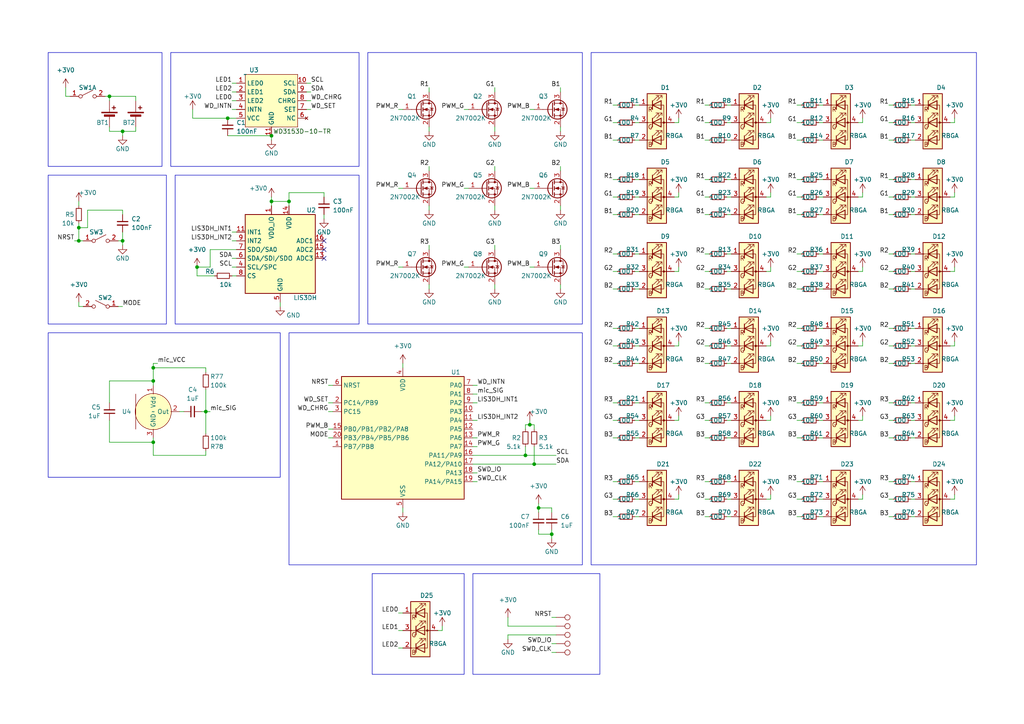
<source format=kicad_sch>
(kicad_sch (version 20230121) (generator eeschema)
  (paper "A4")
  (lib_symbols
    (symbol "1.Custom_components:Mic"
      (property "Reference" "U" (at -5.08 6.35 0))
      (symbol "Mic_1_1"
        (pin power_in line (at 0 7.62 270) (length 2.54) (name "Vdd") (number "1"))
        (pin output line (at 7.62 0 180) (length 2.54) (name "Out") (number "2"))
        (pin power_in line (at 0 -7.62 90) (length 2.54) (name "GND") (number "3"))
      )
    )
    (symbol "1.Custom_components:WD3153D-10-TR"
      (property "Reference" "U" (at 1.27 1.27 0))
      (symbol "WD3153D-10-TR_1_1"
        (text "WD3153D-10-TR" (at 16.51 -16.51 0) (effects (font (size 1.27 1.27))))
        (pin unspecified line (at -2.54 -2.54 0) (length 2.54) (name "LED0") (number "1"))
        (pin unspecified line (at 17.78 -2.54 180) (length 2.54) (name "SCL") (number "10"))
        (pin power_in line (at 7.62 -17.78 90) (length 2.54) (name "GND") (number "11"))
        (pin unspecified line (at -2.54 -5.08 0) (length 2.54) (name "LED1") (number "2"))
        (pin unspecified line (at -2.54 -7.62 0) (length 2.54) (name "LED2") (number "3"))
        (pin bidirectional line (at -2.54 -10.16 0) (length 2.54) (name "INTN") (number "4"))
        (pin power_in line (at -2.54 -12.7 0) (length 2.54) (name "VCC") (number "5"))
        (pin no_connect line (at 17.78 -12.7 180) (length 2.54) (name "NC") (number "6"))
        (pin bidirectional line (at 17.78 -10.16 180) (length 2.54) (name "SET") (number "7"))
        (pin unspecified line (at 17.78 -7.62 180) (length 2.54) (name "CHRG") (number "8"))
        (pin unspecified line (at 17.78 -5.08 180) (length 2.54) (name "SDA") (number "9"))
      )
    )
    (symbol "Connector:TestPoint" (pin_numbers hide) (pin_names (offset 0.762) hide)
      (property "Reference" "TP" (at 0 6.858 0))
      (property "Value" "TestPoint" (at 0 5.08 0))
      (symbol "TestPoint_1_1"
        (pin passive line (at 0 0 90) (length 2.54) (name "1") (number "1"))
      )
    )
    (symbol "Device:Battery_Cell" (pin_numbers hide) (pin_names (offset 0) hide)
      (property "Reference" "BT" (at 2.54 2.54 0))
      (property "Value" "Battery_Cell" (at 2.54 0 0))
      (symbol "Battery_Cell_1_1"
        (pin passive line (at 0 5.08 270) (length 2.54) (name "+") (number "1"))
        (pin passive line (at 0 -2.54 90) (length 2.54) (name "-") (number "2"))
      )
    )
    (symbol "Device:C_Small" (pin_numbers hide) (pin_names (offset 0.254) hide)
      (property "Reference" "C" (at 0.254 1.778 0))
      (property "Value" "C_Small" (at 0.254 -2.032 0))
      (symbol "C_Small_1_1"
        (pin passive line (at 0 2.54 270) (length 2.032) (name "~") (number "1"))
        (pin passive line (at 0 -2.54 90) (length 2.032) (name "~") (number "2"))
      )
    )
    (symbol "Device:LED_RBGA" (pin_names (offset 0) hide)
      (property "Reference" "D" (at 0 9.398 0))
      (property "Value" "LED_RBGA" (at 0 -8.89 0))
      (symbol "LED_RBGA_0_0"
        (text "B" (at -1.905 -6.35 0) (effects (font (size 1.27 1.27))))
        (text "G" (at -1.905 -1.27 0) (effects (font (size 1.27 1.27))))
        (text "R" (at -1.905 3.81 0) (effects (font (size 1.27 1.27))))
      )
      (symbol "LED_RBGA_1_1"
        (pin passive line (at -5.08 5.08 0) (length 2.54) (name "RK") (number "1"))
        (pin passive line (at -5.08 -5.08 0) (length 2.54) (name "BK") (number "2"))
        (pin passive line (at -5.08 0 0) (length 2.54) (name "GK") (number "3"))
        (pin passive line (at 5.08 0 180) (length 2.54) (name "A") (number "4"))
      )
    )
    (symbol "Device:R_Small" (pin_numbers hide) (pin_names (offset 0.254) hide)
      (property "Reference" "R" (at 0.762 0.508 0))
      (property "Value" "R_Small" (at 0.762 -1.016 0))
      (symbol "R_Small_1_1"
        (pin passive line (at 0 2.54 270) (length 0.762) (name "~") (number "1"))
        (pin passive line (at 0 -2.54 90) (length 0.762) (name "~") (number "2"))
      )
    )
    (symbol "MCU_ST_STM32G0:STM32G030F6Px"
      (property "Reference" "U" (at -17.78 19.05 0))
      (property "Value" "STM32G030F6Px" (at 2.54 19.05 0))
      (symbol "STM32G030F6Px_1_1"
        (pin bidirectional line (at -20.32 -2.54 0) (length 2.54) (name "PB7/PB8") (number "1"))
        (pin bidirectional line (at 20.32 7.62 180) (length 2.54) (name "PA3") (number "10"))
        (pin bidirectional line (at 20.32 5.08 180) (length 2.54) (name "PA4") (number "11"))
        (pin bidirectional line (at 20.32 2.54 180) (length 2.54) (name "PA5") (number "12"))
        (pin bidirectional line (at 20.32 0 180) (length 2.54) (name "PA6") (number "13"))
        (pin bidirectional line (at 20.32 -2.54 180) (length 2.54) (name "PA7") (number "14"))
        (pin bidirectional line (at -20.32 2.54 0) (length 2.54) (name "PB0/PB1/PB2/PA8") (number "15"))
        (pin bidirectional line (at 20.32 -5.08 180) (length 2.54) (name "PA11/PA9") (number "16"))
        (pin bidirectional line (at 20.32 -7.62 180) (length 2.54) (name "PA12/PA10") (number "17"))
        (pin bidirectional line (at 20.32 -10.16 180) (length 2.54) (name "PA13") (number "18"))
        (pin bidirectional line (at 20.32 -12.7 180) (length 2.54) (name "PA14/PA15") (number "19"))
        (pin bidirectional line (at -20.32 10.16 0) (length 2.54) (name "PC14/PB9") (number "2"))
        (pin bidirectional line (at -20.32 0 0) (length 2.54) (name "PB3/PB4/PB5/PB6") (number "20"))
        (pin bidirectional line (at -20.32 7.62 0) (length 2.54) (name "PC15") (number "3"))
        (pin power_in line (at 0 20.32 270) (length 2.54) (name "VDD") (number "4"))
        (pin power_in line (at 0 -20.32 90) (length 2.54) (name "VSS") (number "5"))
        (pin input line (at -20.32 15.24 0) (length 2.54) (name "NRST") (number "6"))
        (pin bidirectional line (at 20.32 15.24 180) (length 2.54) (name "PA0") (number "7"))
        (pin bidirectional line (at 20.32 12.7 180) (length 2.54) (name "PA1") (number "8"))
        (pin bidirectional line (at 20.32 10.16 180) (length 2.54) (name "PA2") (number "9"))
      )
    )
    (symbol "Sensor_Motion:LIS3DH"
      (property "Reference" "U" (at -7.62 11.43 0))
      (property "Value" "LIS3DH" (at 6.35 11.43 0))
      (symbol "LIS3DH_1_1"
        (pin power_in line (at -2.54 12.7 270) (length 2.54) (name "VDD_IO") (number "1"))
        (pin passive line (at 0 -15.24 90) (length 2.54) hide (name "GND") (number "10"))
        (pin output line (at -12.7 5.08 0) (length 2.54) (name "INT1") (number "11"))
        (pin passive line (at 0 -15.24 90) (length 2.54) hide (name "GND") (number "12"))
        (pin input line (at 12.7 -2.54 180) (length 2.54) (name "ADC3") (number "13"))
        (pin power_in line (at 2.54 12.7 270) (length 2.54) (name "VDD") (number "14"))
        (pin input line (at 12.7 0 180) (length 2.54) (name "ADC2") (number "15"))
        (pin input line (at 12.7 2.54 180) (length 2.54) (name "ADC1") (number "16"))
        (pin no_connect line (at 10.16 5.08 180) (length 2.54) hide (name "NC") (number "2"))
        (pin no_connect line (at 10.16 7.62 180) (length 2.54) hide (name "NC") (number "3"))
        (pin input line (at -12.7 -5.08 0) (length 2.54) (name "SCL/SPC") (number "4"))
        (pin power_in line (at 0 -15.24 90) (length 2.54) (name "GND") (number "5"))
        (pin bidirectional line (at -12.7 -2.54 0) (length 2.54) (name "SDA/SDI/SDO") (number "6"))
        (pin bidirectional line (at -12.7 0 0) (length 2.54) (name "SDO/SA0") (number "7"))
        (pin input line (at -12.7 -7.62 0) (length 2.54) (name "CS") (number "8"))
        (pin output line (at -12.7 2.54 0) (length 2.54) (name "INT2") (number "9"))
      )
    )
    (symbol "Switch:SW_DPST_x2" (pin_names (offset 0) hide)
      (property "Reference" "SW" (at 0 3.175 0))
      (property "Value" "SW_DPST_x2" (at 0 -2.54 0))
      (symbol "SW_DPST_x2_1_1"
        (pin passive line (at -5.08 0 0) (length 2.54) (name "A") (number "1"))
        (pin passive line (at 5.08 0 180) (length 2.54) (name "B") (number "2"))
      )
      (symbol "SW_DPST_x2_2_1"
        (pin passive line (at -5.08 0 0) (length 2.54) (name "A") (number "3"))
        (pin passive line (at 5.08 0 180) (length 2.54) (name "B") (number "4"))
      )
    )
    (symbol "Switch:SW_SPST" (pin_names (offset 0) hide)
      (property "Reference" "SW" (at 0 3.175 0))
      (property "Value" "SW_SPST" (at 0 -2.54 0))
      (symbol "SW_SPST_1_1"
        (pin passive line (at -5.08 0 0) (length 2.54) (name "A") (number "1"))
        (pin passive line (at 5.08 0 180) (length 2.54) (name "B") (number "2"))
      )
    )
    (symbol "Transistor_FET:2N7002K" (pin_names hide)
      (property "Reference" "Q" (at 5.08 1.905 0))
      (property "Value" "2N7002K" (at 5.08 0 0))
      (symbol "2N7002K_1_1"
        (pin input line (at -5.08 0 0) (length 2.54) (name "G") (number "1"))
        (pin passive line (at 2.54 -5.08 90) (length 2.54) (name "S") (number "2"))
        (pin passive line (at 2.54 5.08 270) (length 2.54) (name "D") (number "3"))
      )
    )
    (symbol "power:+3V0" (power) (pin_names (offset 0))
      (property "Value" "+3V0" (at 0 3.556 0))
      (symbol "+3V0_1_1"
        (pin power_in line (at 0 0 90) (length 0) hide (name "+3V0") (number "1"))
      )
    )
    (symbol "power:GND" (power) (pin_names (offset 0))
      (property "Value" "GND" (at 0 -3.81 0))
      (symbol "GND_1_1"
        (pin power_in line (at 0 0 270) (length 0) hide (name "GND") (number "1"))
      )
    )
  )
  (junction (at 78.74 58.42))
  (junction (at 160.02 154.94))
  (junction (at 31.75 27.94))
  (junction (at 35.56 38.1))
  (junction (at 83.82 58.42))
  (junction (at 57.15 77.47))
  (junction (at 66.04 34.29))
  (junction (at 156.21 147.32))
  (junction (at 22.86 69.85))
  (junction (at 44.45 128.27))
  (junction (at 153.67 123.19))
  (junction (at 78.74 39.37))
  (junction (at 44.45 106.68))
  (junction (at 59.69 119.38))
  (junction (at 44.45 110.49))
  (junction (at 154.94 134.62))
  (junction (at 22.86 66.04))
  (junction (at 35.56 69.85))
  (junction (at 152.4 132.08))
  (no_connect (at 93.98 69.85))
  (no_connect (at 93.98 72.39))
  (no_connect (at 93.98 74.93))
  (wire (pts (xy 115.57 187.96) (xy 116.84 187.96)))
  (wire (pts (xy 231.14 144.78) (xy 232.41 144.78)))
  (wire (pts (xy 177.8 139.7) (xy 179.07 139.7)))
  (wire (pts (xy 204.47 127) (xy 205.74 127)))
  (wire (pts (xy 39.37 38.1) (xy 35.56 38.1)))
  (wire (pts (xy 210.82 35.56) (xy 212.09 35.56)))
  (wire (pts (xy 210.82 30.48) (xy 212.09 30.48)))
  (wire (pts (xy 210.82 100.33) (xy 212.09 100.33)))
  (wire (pts (xy 19.05 27.94) (xy 20.32 27.94)))
  (wire (pts (xy 223.52 77.47) (xy 223.52 78.74)))
  (wire (pts (xy 250.19 99.06) (xy 250.19 100.33)))
  (wire (pts (xy 184.15 139.7) (xy 185.42 139.7)))
  (wire (pts (xy 264.16 62.23) (xy 265.43 62.23)))
  (wire (pts (xy 90.17 31.75) (xy 88.9 31.75)))
  (wire (pts (xy 184.15 144.78) (xy 185.42 144.78)))
  (wire (pts (xy 154.94 123.19) (xy 153.67 123.19)))
  (wire (pts (xy 177.8 30.48) (xy 179.07 30.48)))
  (wire (pts (xy 177.8 121.92) (xy 179.07 121.92)))
  (wire (pts (xy 264.16 105.41) (xy 265.43 105.41)))
  (wire (pts (xy 177.8 116.84) (xy 179.07 116.84)))
  (wire (pts (xy 44.45 128.27) (xy 44.45 127)))
  (wire (pts (xy 78.74 58.42) (xy 78.74 59.69)))
  (wire (pts (xy 210.82 62.23) (xy 212.09 62.23)))
  (wire (pts (xy 210.82 139.7) (xy 212.09 139.7)))
  (wire (pts (xy 237.49 57.15) (xy 238.76 57.15)))
  (wire (pts (xy 39.37 27.94) (xy 31.75 27.94)))
  (wire (pts (xy 184.15 52.07) (xy 185.42 52.07)))
  (wire (pts (xy 19.05 25.4) (xy 19.05 27.94)))
  (wire (pts (xy 223.52 99.06) (xy 223.52 100.33)))
  (wire (pts (xy 257.81 121.92) (xy 259.08 121.92)))
  (wire (pts (xy 196.85 99.06) (xy 196.85 100.33)))
  (wire (pts (xy 59.69 130.81) (xy 59.69 132.08)))
  (wire (pts (xy 22.86 87.63) (xy 22.86 88.9)))
  (wire (pts (xy 60.96 72.39) (xy 60.96 77.47)))
  (wire (pts (xy 196.85 143.51) (xy 196.85 144.78)))
  (wire (pts (xy 237.49 121.92) (xy 238.76 121.92)))
  (wire (pts (xy 237.49 139.7) (xy 238.76 139.7)))
  (wire (pts (xy 160.02 148.59) (xy 160.02 147.32)))
  (wire (pts (xy 231.14 73.66) (xy 232.41 73.66)))
  (wire (pts (xy 264.16 40.64) (xy 265.43 40.64)))
  (wire (pts (xy 231.14 40.64) (xy 232.41 40.64)))
  (wire (pts (xy 55.88 31.75) (xy 55.88 34.29)))
  (wire (pts (xy 231.14 139.7) (xy 232.41 139.7)))
  (wire (pts (xy 22.86 58.42) (xy 22.86 59.69)))
  (wire (pts (xy 231.14 149.86) (xy 232.41 149.86)))
  (wire (pts (xy 152.4 124.46) (xy 152.4 123.19)))
  (wire (pts (xy 204.47 40.64) (xy 205.74 40.64)))
  (wire (pts (xy 25.4 66.04) (xy 22.86 66.04)))
  (wire (pts (xy 257.81 116.84) (xy 259.08 116.84)))
  (wire (pts (xy 35.56 39.37) (xy 35.56 38.1)))
  (wire (pts (xy 31.75 27.94) (xy 31.75 29.21)))
  (wire (pts (xy 223.52 144.78) (xy 222.25 144.78)))
  (wire (pts (xy 59.69 119.38) (xy 59.69 125.73)))
  (wire (pts (xy 138.43 127) (xy 137.16 127)))
  (wire (pts (xy 264.16 52.07) (xy 265.43 52.07)))
  (wire (pts (xy 196.85 121.92) (xy 195.58 121.92)))
  (wire (pts (xy 184.15 127) (xy 185.42 127)))
  (wire (pts (xy 95.25 127) (xy 96.52 127)))
  (wire (pts (xy 177.8 149.86) (xy 179.07 149.86)))
  (wire (pts (xy 44.45 105.41) (xy 44.45 106.68)))
  (wire (pts (xy 237.49 35.56) (xy 238.76 35.56)))
  (wire (pts (xy 276.86 34.29) (xy 276.86 35.56)))
  (wire (pts (xy 177.8 52.07) (xy 179.07 52.07)))
  (wire (pts (xy 156.21 147.32) (xy 156.21 148.59)))
  (wire (pts (xy 177.8 127) (xy 179.07 127)))
  (wire (pts (xy 138.43 121.92) (xy 137.16 121.92)))
  (wire (pts (xy 93.98 62.23) (xy 93.98 63.5)))
  (wire (pts (xy 276.86 55.88) (xy 276.86 57.15)))
  (wire (pts (xy 196.85 34.29) (xy 196.85 35.56)))
  (wire (pts (xy 276.86 99.06) (xy 276.86 100.33)))
  (wire (pts (xy 58.42 119.38) (xy 59.69 119.38)))
  (wire (pts (xy 143.51 71.12) (xy 143.51 72.39)))
  (wire (pts (xy 162.56 82.55) (xy 162.56 83.82)))
  (wire (pts (xy 250.19 34.29) (xy 250.19 35.56)))
  (wire (pts (xy 196.85 77.47) (xy 196.85 78.74)))
  (wire (pts (xy 162.56 25.4) (xy 162.56 26.67)))
  (wire (pts (xy 231.14 83.82) (xy 232.41 83.82)))
  (wire (pts (xy 250.19 144.78) (xy 248.92 144.78)))
  (wire (pts (xy 124.46 48.26) (xy 124.46 49.53)))
  (wire (pts (xy 95.25 116.84) (xy 96.52 116.84)))
  (wire (pts (xy 160.02 154.94) (xy 160.02 156.21)))
  (wire (pts (xy 184.15 73.66) (xy 185.42 73.66)))
  (wire (pts (xy 204.47 62.23) (xy 205.74 62.23)))
  (wire (pts (xy 264.16 116.84) (xy 265.43 116.84)))
  (wire (pts (xy 250.19 78.74) (xy 248.92 78.74)))
  (wire (pts (xy 156.21 154.94) (xy 160.02 154.94)))
  (wire (pts (xy 53.34 119.38) (xy 52.07 119.38)))
  (wire (pts (xy 210.82 78.74) (xy 212.09 78.74)))
  (wire (pts (xy 210.82 127) (xy 212.09 127)))
  (wire (pts (xy 137.16 134.62) (xy 154.94 134.62)))
  (wire (pts (xy 210.82 121.92) (xy 212.09 121.92)))
  (wire (pts (xy 124.46 59.69) (xy 124.46 60.96)))
  (wire (pts (xy 210.82 116.84) (xy 212.09 116.84)))
  (wire (pts (xy 177.8 40.64) (xy 179.07 40.64)))
  (wire (pts (xy 24.13 88.9) (xy 22.86 88.9)))
  (wire (pts (xy 81.28 87.63) (xy 81.28 88.9)))
  (wire (pts (xy 184.15 149.86) (xy 185.42 149.86)))
  (wire (pts (xy 237.49 116.84) (xy 238.76 116.84)))
  (wire (pts (xy 177.8 73.66) (xy 179.07 73.66)))
  (wire (pts (xy 147.32 184.15) (xy 161.29 184.15)))
  (wire (pts (xy 66.04 34.29) (xy 68.58 34.29)))
  (wire (pts (xy 237.49 40.64) (xy 238.76 40.64)))
  (wire (pts (xy 276.86 144.78) (xy 275.59 144.78)))
  (wire (pts (xy 44.45 110.49) (xy 44.45 111.76)))
  (wire (pts (xy 154.94 134.62) (xy 161.29 134.62)))
  (wire (pts (xy 196.85 78.74) (xy 195.58 78.74)))
  (wire (pts (xy 115.57 182.88) (xy 116.84 182.88)))
  (wire (pts (xy 204.47 121.92) (xy 205.74 121.92)))
  (wire (pts (xy 196.85 100.33) (xy 195.58 100.33)))
  (wire (pts (xy 30.48 27.94) (xy 31.75 27.94)))
  (wire (pts (xy 257.81 57.15) (xy 259.08 57.15)))
  (wire (pts (xy 134.62 31.75) (xy 135.89 31.75)))
  (wire (pts (xy 147.32 181.61) (xy 147.32 179.07)))
  (wire (pts (xy 66.04 39.37) (xy 78.74 39.37)))
  (wire (pts (xy 231.14 100.33) (xy 232.41 100.33)))
  (wire (pts (xy 67.31 77.47) (xy 68.58 77.47)))
  (wire (pts (xy 264.16 127) (xy 265.43 127)))
  (wire (pts (xy 31.75 110.49) (xy 44.45 110.49)))
  (wire (pts (xy 204.47 139.7) (xy 205.74 139.7)))
  (wire (pts (xy 137.16 132.08) (xy 152.4 132.08)))
  (wire (pts (xy 204.47 100.33) (xy 205.74 100.33)))
  (wire (pts (xy 161.29 186.69) (xy 160.02 186.69)))
  (wire (pts (xy 35.56 67.31) (xy 35.56 69.85)))
  (wire (pts (xy 78.74 58.42) (xy 83.82 58.42)))
  (wire (pts (xy 237.49 62.23) (xy 238.76 62.23)))
  (wire (pts (xy 138.43 111.76) (xy 137.16 111.76)))
  (wire (pts (xy 223.52 34.29) (xy 223.52 35.56)))
  (wire (pts (xy 116.84 147.32) (xy 116.84 148.59)))
  (wire (pts (xy 264.16 95.25) (xy 265.43 95.25)))
  (wire (pts (xy 231.14 121.92) (xy 232.41 121.92)))
  (wire (pts (xy 177.8 95.25) (xy 179.07 95.25)))
  (wire (pts (xy 250.19 143.51) (xy 250.19 144.78)))
  (wire (pts (xy 162.56 71.12) (xy 162.56 72.39)))
  (wire (pts (xy 59.69 132.08) (xy 44.45 132.08)))
  (wire (pts (xy 59.69 106.68) (xy 44.45 106.68)))
  (wire (pts (xy 31.75 128.27) (xy 44.45 128.27)))
  (wire (pts (xy 138.43 139.7) (xy 137.16 139.7)))
  (wire (pts (xy 60.96 77.47) (xy 57.15 77.47)))
  (wire (pts (xy 264.16 78.74) (xy 265.43 78.74)))
  (wire (pts (xy 67.31 31.75) (xy 68.58 31.75)))
  (wire (pts (xy 264.16 57.15) (xy 265.43 57.15)))
  (wire (pts (xy 223.52 100.33) (xy 222.25 100.33)))
  (wire (pts (xy 204.47 73.66) (xy 205.74 73.66)))
  (wire (pts (xy 128.27 182.88) (xy 127 182.88)))
  (wire (pts (xy 39.37 29.21) (xy 39.37 27.94)))
  (wire (pts (xy 143.51 48.26) (xy 143.51 49.53)))
  (wire (pts (xy 276.86 120.65) (xy 276.86 121.92)))
  (wire (pts (xy 184.15 35.56) (xy 185.42 35.56)))
  (wire (pts (xy 250.19 121.92) (xy 248.92 121.92)))
  (wire (pts (xy 184.15 100.33) (xy 185.42 100.33)))
  (wire (pts (xy 237.49 95.25) (xy 238.76 95.25)))
  (wire (pts (xy 161.29 181.61) (xy 147.32 181.61)))
  (wire (pts (xy 210.82 105.41) (xy 212.09 105.41)))
  (wire (pts (xy 67.31 26.67) (xy 68.58 26.67)))
  (wire (pts (xy 57.15 80.01) (xy 57.15 77.47)))
  (wire (pts (xy 90.17 26.67) (xy 88.9 26.67)))
  (wire (pts (xy 276.86 121.92) (xy 275.59 121.92)))
  (wire (pts (xy 177.8 100.33) (xy 179.07 100.33)))
  (wire (pts (xy 34.29 88.9) (xy 35.56 88.9)))
  (wire (pts (xy 134.62 54.61) (xy 135.89 54.61)))
  (wire (pts (xy 210.82 52.07) (xy 212.09 52.07)))
  (wire (pts (xy 115.57 177.8) (xy 116.84 177.8)))
  (wire (pts (xy 237.49 78.74) (xy 238.76 78.74)))
  (wire (pts (xy 177.8 105.41) (xy 179.07 105.41)))
  (wire (pts (xy 67.31 69.85) (xy 68.58 69.85)))
  (wire (pts (xy 264.16 35.56) (xy 265.43 35.56)))
  (wire (pts (xy 160.02 147.32) (xy 156.21 147.32)))
  (wire (pts (xy 237.49 83.82) (xy 238.76 83.82)))
  (wire (pts (xy 231.14 62.23) (xy 232.41 62.23)))
  (wire (pts (xy 184.15 78.74) (xy 185.42 78.74)))
  (wire (pts (xy 152.4 132.08) (xy 161.29 132.08)))
  (wire (pts (xy 223.52 57.15) (xy 222.25 57.15)))
  (wire (pts (xy 196.85 55.88) (xy 196.85 57.15)))
  (wire (pts (xy 257.81 30.48) (xy 259.08 30.48)))
  (wire (pts (xy 264.16 149.86) (xy 265.43 149.86)))
  (wire (pts (xy 231.14 105.41) (xy 232.41 105.41)))
  (wire (pts (xy 210.82 57.15) (xy 212.09 57.15)))
  (wire (pts (xy 95.25 124.46) (xy 96.52 124.46)))
  (wire (pts (xy 115.57 77.47) (xy 116.84 77.47)))
  (wire (pts (xy 210.82 144.78) (xy 212.09 144.78)))
  (wire (pts (xy 204.47 30.48) (xy 205.74 30.48)))
  (wire (pts (xy 204.47 95.25) (xy 205.74 95.25)))
  (wire (pts (xy 237.49 144.78) (xy 238.76 144.78)))
  (wire (pts (xy 223.52 55.88) (xy 223.52 57.15)))
  (wire (pts (xy 184.15 121.92) (xy 185.42 121.92)))
  (wire (pts (xy 22.86 66.04) (xy 22.86 69.85)))
  (wire (pts (xy 204.47 83.82) (xy 205.74 83.82)))
  (wire (pts (xy 160.02 153.67) (xy 160.02 154.94)))
  (wire (pts (xy 138.43 129.54) (xy 137.16 129.54)))
  (wire (pts (xy 128.27 181.61) (xy 128.27 182.88)))
  (wire (pts (xy 115.57 54.61) (xy 116.84 54.61)))
  (wire (pts (xy 257.81 127) (xy 259.08 127)))
  (wire (pts (xy 152.4 123.19) (xy 153.67 123.19)))
  (wire (pts (xy 237.49 127) (xy 238.76 127)))
  (wire (pts (xy 231.14 30.48) (xy 232.41 30.48)))
  (wire (pts (xy 231.14 95.25) (xy 232.41 95.25)))
  (wire (pts (xy 134.62 77.47) (xy 135.89 77.47)))
  (wire (pts (xy 250.19 120.65) (xy 250.19 121.92)))
  (wire (pts (xy 154.94 129.54) (xy 154.94 134.62)))
  (wire (pts (xy 153.67 31.75) (xy 154.94 31.75)))
  (wire (pts (xy 184.15 30.48) (xy 185.42 30.48)))
  (wire (pts (xy 59.69 107.95) (xy 59.69 106.68)))
  (wire (pts (xy 161.29 189.23) (xy 160.02 189.23)))
  (wire (pts (xy 257.81 40.64) (xy 259.08 40.64)))
  (wire (pts (xy 22.86 69.85) (xy 24.13 69.85)))
  (wire (pts (xy 35.56 60.96) (xy 25.4 60.96)))
  (wire (pts (xy 237.49 105.41) (xy 238.76 105.41)))
  (wire (pts (xy 95.25 111.76) (xy 96.52 111.76)))
  (wire (pts (xy 250.19 57.15) (xy 248.92 57.15)))
  (wire (pts (xy 237.49 149.86) (xy 238.76 149.86)))
  (wire (pts (xy 116.84 105.41) (xy 116.84 106.68)))
  (wire (pts (xy 264.16 30.48) (xy 265.43 30.48)))
  (wire (pts (xy 231.14 52.07) (xy 232.41 52.07)))
  (wire (pts (xy 93.98 55.88) (xy 83.82 55.88)))
  (wire (pts (xy 184.15 105.41) (xy 185.42 105.41)))
  (wire (pts (xy 257.81 144.78) (xy 259.08 144.78)))
  (wire (pts (xy 257.81 83.82) (xy 259.08 83.82)))
  (wire (pts (xy 257.81 52.07) (xy 259.08 52.07)))
  (wire (pts (xy 196.85 144.78) (xy 195.58 144.78)))
  (wire (pts (xy 257.81 35.56) (xy 259.08 35.56)))
  (wire (pts (xy 237.49 52.07) (xy 238.76 52.07)))
  (wire (pts (xy 177.8 62.23) (xy 179.07 62.23)))
  (wire (pts (xy 115.57 31.75) (xy 116.84 31.75)))
  (wire (pts (xy 35.56 69.85) (xy 35.56 71.12)))
  (wire (pts (xy 93.98 57.15) (xy 93.98 55.88)))
  (wire (pts (xy 204.47 57.15) (xy 205.74 57.15)))
  (wire (pts (xy 152.4 129.54) (xy 152.4 132.08)))
  (wire (pts (xy 237.49 73.66) (xy 238.76 73.66)))
  (wire (pts (xy 124.46 25.4) (xy 124.46 26.67)))
  (wire (pts (xy 162.56 48.26) (xy 162.56 49.53)))
  (wire (pts (xy 250.19 35.56) (xy 248.92 35.56)))
  (wire (pts (xy 264.16 139.7) (xy 265.43 139.7)))
  (wire (pts (xy 143.51 59.69) (xy 143.51 60.96)))
  (wire (pts (xy 55.88 34.29) (xy 66.04 34.29)))
  (wire (pts (xy 196.85 57.15) (xy 195.58 57.15)))
  (wire (pts (xy 162.56 36.83) (xy 162.56 38.1)))
  (wire (pts (xy 237.49 30.48) (xy 238.76 30.48)))
  (wire (pts (xy 204.47 144.78) (xy 205.74 144.78)))
  (wire (pts (xy 231.14 116.84) (xy 232.41 116.84)))
  (wire (pts (xy 257.81 149.86) (xy 259.08 149.86)))
  (wire (pts (xy 39.37 36.83) (xy 39.37 38.1)))
  (wire (pts (xy 276.86 143.51) (xy 276.86 144.78)))
  (wire (pts (xy 177.8 35.56) (xy 179.07 35.56)))
  (wire (pts (xy 67.31 24.13) (xy 68.58 24.13)))
  (wire (pts (xy 210.82 73.66) (xy 212.09 73.66)))
  (wire (pts (xy 276.86 57.15) (xy 275.59 57.15)))
  (wire (pts (xy 264.16 73.66) (xy 265.43 73.66)))
  (wire (pts (xy 257.81 100.33) (xy 259.08 100.33)))
  (wire (pts (xy 276.86 100.33) (xy 275.59 100.33)))
  (wire (pts (xy 250.19 55.88) (xy 250.19 57.15)))
  (wire (pts (xy 210.82 40.64) (xy 212.09 40.64)))
  (wire (pts (xy 257.81 139.7) (xy 259.08 139.7)))
  (wire (pts (xy 21.59 69.85) (xy 22.86 69.85)))
  (wire (pts (xy 67.31 67.31) (xy 68.58 67.31)))
  (wire (pts (xy 204.47 78.74) (xy 205.74 78.74)))
  (wire (pts (xy 257.81 62.23) (xy 259.08 62.23)))
  (wire (pts (xy 204.47 52.07) (xy 205.74 52.07)))
  (wire (pts (xy 257.81 73.66) (xy 259.08 73.66)))
  (wire (pts (xy 44.45 106.68) (xy 44.45 110.49)))
  (wire (pts (xy 67.31 80.01) (xy 68.58 80.01)))
  (wire (pts (xy 138.43 137.16) (xy 137.16 137.16)))
  (wire (pts (xy 231.14 57.15) (xy 232.41 57.15)))
  (wire (pts (xy 124.46 82.55) (xy 124.46 83.82)))
  (wire (pts (xy 59.69 113.03) (xy 59.69 119.38)))
  (wire (pts (xy 143.51 82.55) (xy 143.51 83.82)))
  (wire (pts (xy 83.82 58.42) (xy 83.82 59.69)))
  (wire (pts (xy 276.86 77.47) (xy 276.86 78.74)))
  (wire (pts (xy 264.16 83.82) (xy 265.43 83.82)))
  (wire (pts (xy 44.45 132.08) (xy 44.45 128.27)))
  (wire (pts (xy 138.43 116.84) (xy 137.16 116.84)))
  (wire (pts (xy 276.86 78.74) (xy 275.59 78.74)))
  (wire (pts (xy 177.8 83.82) (xy 179.07 83.82)))
  (wire (pts (xy 67.31 74.93) (xy 68.58 74.93)))
  (wire (pts (xy 45.72 105.41) (xy 44.45 105.41)))
  (wire (pts (xy 31.75 116.84) (xy 31.75 110.49)))
  (wire (pts (xy 223.52 121.92) (xy 222.25 121.92)))
  (wire (pts (xy 184.15 57.15) (xy 185.42 57.15)))
  (wire (pts (xy 22.86 64.77) (xy 22.86 66.04)))
  (wire (pts (xy 90.17 29.21) (xy 88.9 29.21)))
  (wire (pts (xy 257.81 95.25) (xy 259.08 95.25)))
  (wire (pts (xy 204.47 35.56) (xy 205.74 35.56)))
  (wire (pts (xy 162.56 59.69) (xy 162.56 60.96)))
  (wire (pts (xy 143.51 36.83) (xy 143.51 38.1)))
  (wire (pts (xy 95.25 119.38) (xy 96.52 119.38)))
  (wire (pts (xy 257.81 105.41) (xy 259.08 105.41)))
  (wire (pts (xy 237.49 100.33) (xy 238.76 100.33)))
  (wire (pts (xy 177.8 78.74) (xy 179.07 78.74)))
  (wire (pts (xy 231.14 127) (xy 232.41 127)))
  (wire (pts (xy 25.4 60.96) (xy 25.4 66.04)))
  (wire (pts (xy 184.15 116.84) (xy 185.42 116.84)))
  (wire (pts (xy 31.75 121.92) (xy 31.75 128.27)))
  (wire (pts (xy 68.58 72.39) (xy 60.96 72.39)))
  (wire (pts (xy 156.21 153.67) (xy 156.21 154.94)))
  (wire (pts (xy 78.74 57.15) (xy 78.74 58.42)))
  (wire (pts (xy 78.74 39.37) (xy 78.74 40.64)))
  (wire (pts (xy 147.32 185.42) (xy 147.32 184.15)))
  (wire (pts (xy 124.46 36.83) (xy 124.46 38.1)))
  (wire (pts (xy 223.52 120.65) (xy 223.52 121.92)))
  (wire (pts (xy 196.85 120.65) (xy 196.85 121.92)))
  (wire (pts (xy 204.47 149.86) (xy 205.74 149.86)))
  (wire (pts (xy 250.19 100.33) (xy 248.92 100.33)))
  (wire (pts (xy 161.29 179.07) (xy 160.02 179.07)))
  (wire (pts (xy 223.52 35.56) (xy 222.25 35.56)))
  (wire (pts (xy 31.75 38.1) (xy 31.75 36.83)))
  (wire (pts (xy 143.51 25.4) (xy 143.51 26.67)))
  (wire (pts (xy 204.47 105.41) (xy 205.74 105.41)))
  (wire (pts (xy 223.52 78.74) (xy 222.25 78.74)))
  (wire (pts (xy 177.8 57.15) (xy 179.07 57.15)))
  (wire (pts (xy 184.15 83.82) (xy 185.42 83.82)))
  (wire (pts (xy 138.43 114.3) (xy 137.16 114.3)))
  (wire (pts (xy 257.81 78.74) (xy 259.08 78.74)))
  (wire (pts (xy 184.15 40.64) (xy 185.42 40.64)))
  (wire (pts (xy 34.29 69.85) (xy 35.56 69.85)))
  (wire (pts (xy 153.67 54.61) (xy 154.94 54.61)))
  (wire (pts (xy 153.67 121.92) (xy 153.67 123.19)))
  (wire (pts (xy 264.16 144.78) (xy 265.43 144.78)))
  (wire (pts (xy 264.16 100.33) (xy 265.43 100.33)))
  (wire (pts (xy 210.82 83.82) (xy 212.09 83.82)))
  (wire (pts (xy 67.31 29.21) (xy 68.58 29.21)))
  (wire (pts (xy 231.14 35.56) (xy 232.41 35.56)))
  (wire (pts (xy 184.15 95.25) (xy 185.42 95.25)))
  (wire (pts (xy 264.16 121.92) (xy 265.43 121.92)))
  (wire (pts (xy 210.82 95.25) (xy 212.09 95.25)))
  (wire (pts (xy 177.8 144.78) (xy 179.07 144.78)))
  (wire (pts (xy 62.23 80.01) (xy 57.15 80.01)))
  (wire (pts (xy 154.94 124.46) (xy 154.94 123.19)))
  (wire (pts (xy 35.56 38.1) (xy 31.75 38.1)))
  (wire (pts (xy 196.85 35.56) (xy 195.58 35.56)))
  (wire (pts (xy 35.56 62.23) (xy 35.56 60.96)))
  (wire (pts (xy 156.21 146.05) (xy 156.21 147.32)))
  (wire (pts (xy 124.46 71.12) (xy 124.46 72.39)))
  (wire (pts (xy 250.19 77.47) (xy 250.19 78.74)))
  (wire (pts (xy 276.86 35.56) (xy 275.59 35.56)))
  (wire (pts (xy 90.17 24.13) (xy 88.9 24.13)))
  (wire (pts (xy 210.82 149.86) (xy 212.09 149.86)))
  (wire (pts (xy 204.47 116.84) (xy 205.74 116.84)))
  (wire (pts (xy 83.82 55.88) (xy 83.82 58.42)))
  (wire (pts (xy 184.15 62.23) (xy 185.42 62.23)))
  (wire (pts (xy 231.14 78.74) (xy 232.41 78.74)))
  (wire (pts (xy 59.69 119.38) (xy 60.96 119.38)))
  (wire (pts (xy 223.52 143.51) (xy 223.52 144.78)))
  (wire (pts (xy 153.67 77.47) (xy 154.94 77.47)))
  (rectangle (start 171.45 15.24) (end 283.21 163.83))
  (rectangle (start 107.95 166.37) (end 134.62 195.58))
  (rectangle (start 137.16 166.37) (end 173.99 195.58))
  (rectangle (start 13.97 96.52) (end 81.28 138.43))
  (rectangle (start 106.68 15.24) (end 168.91 93.98))
  (rectangle (start 13.97 15.24) (end 46.99 48.26))
  (rectangle (start 13.97 50.8) (end 48.26 93.98))
  (rectangle (start 50.8 50.8) (end 104.14 93.98))
  (rectangle (start 83.82 96.52) (end 168.91 163.83))
  (rectangle (start 49.53 15.24) (end 104.14 48.26))
  (label "WD_INTN" (at 67.31 31.75 180))
  (label "SWD_CLK" (at 138.43 139.7 0))
  (label "G2" (at 257.81 100.33 180))
  (label "WD_CHRG" (at 90.17 29.21 0))
  (label "LED1" (at 115.57 182.88 180))
  (label "G2" (at 231.14 100.33 180))
  (label "G1" (at 143.51 25.4 180))
  (label "SCL" (at 67.31 77.47 180))
  (label "R1" (at 204.47 52.07 180))
  (label "G2" (at 204.47 100.33 180))
  (label "G3" (at 257.81 121.92 180))
  (label "B3" (at 231.14 149.86 180))
  (label "SCL" (at 90.17 24.13 0))
  (label "PWM_B" (at 153.67 77.47 180))
  (label "B2" (at 231.14 105.41 180))
  (label "MODE" (at 35.56 88.9 0))
  (label "R3" (at 231.14 139.7 180))
  (label "G2" (at 257.81 78.74 180))
  (label "WD_INTN" (at 138.43 111.76 0))
  (label "G3" (at 143.51 71.12 180))
  (label "R3" (at 257.81 116.84 180))
  (label "PWM_R" (at 115.57 31.75 180))
  (label "LIS3DH_INT2" (at 138.43 121.92 0))
  (label "mic_VCC" (at 45.72 105.41 0))
  (label "B2" (at 257.81 105.41 180))
  (label "G1" (at 204.47 35.56 180))
  (label "SWD_CLK" (at 160.02 189.23 180))
  (label "mic_SIG" (at 60.96 119.38 0))
  (label "R1" (at 257.81 52.07 180))
  (label "G3" (at 231.14 121.92 180))
  (label "B3" (at 257.81 127 180))
  (label "R2" (at 231.14 73.66 180))
  (label "R2" (at 204.47 95.25 180))
  (label "B2" (at 204.47 83.82 180))
  (label "B1" (at 257.81 62.23 180))
  (label "R3" (at 204.47 139.7 180))
  (label "PWM_B" (at 153.67 54.61 180))
  (label "G2" (at 143.51 48.26 180))
  (label "R2" (at 204.47 73.66 180))
  (label "R3" (at 204.47 116.84 180))
  (label "R1" (at 124.46 25.4 180))
  (label "LED2" (at 67.31 26.67 180))
  (label "B1" (at 231.14 40.64 180))
  (label "R3" (at 231.14 116.84 180))
  (label "LED0" (at 67.31 29.21 180))
  (label "PWM_R" (at 115.57 77.47 180))
  (label "B1" (at 177.8 62.23 180))
  (label "LIS3DH_INT1" (at 67.31 67.31 180))
  (label "PWM_B" (at 153.67 31.75 180))
  (label "G1" (at 257.81 35.56 180))
  (label "R1" (at 257.81 30.48 180))
  (label "B3" (at 257.81 149.86 180))
  (label "G1" (at 231.14 35.56 180))
  (label "R2" (at 257.81 73.66 180))
  (label "B1" (at 204.47 62.23 180))
  (label "PWM_G" (at 138.43 129.54 0))
  (label "MODE" (at 95.25 127 180))
  (label "B1" (at 257.81 40.64 180))
  (label "SDA" (at 67.31 74.93 180))
  (label "LIS3DH_INT1" (at 138.43 116.84 0))
  (label "G1" (at 231.14 57.15 180))
  (label "R3" (at 177.8 116.84 180))
  (label "G2" (at 204.47 78.74 180))
  (label "LED1" (at 67.31 24.13 180))
  (label "R1" (at 204.47 30.48 180))
  (label "G3" (at 257.81 144.78 180))
  (label "B2" (at 162.56 48.26 180))
  (label "PWM_G" (at 134.62 31.75 180))
  (label "R3" (at 177.8 139.7 180))
  (label "SDA" (at 90.17 26.67 0))
  (label "LIS3DH_INT2" (at 67.31 69.85 180))
  (label "B1" (at 162.56 25.4 180))
  (label "G1" (at 204.47 57.15 180))
  (label "B3" (at 204.47 149.86 180))
  (label "R3" (at 124.46 71.12 180))
  (label "R1" (at 231.14 30.48 180))
  (label "R2" (at 124.46 48.26 180))
  (label "B3" (at 177.8 127 180))
  (label "LED0" (at 115.57 177.8 180))
  (label "R2" (at 177.8 73.66 180))
  (label "B2" (at 177.8 83.82 180))
  (label "R1" (at 177.8 52.07 180))
  (label "PWM_R" (at 115.57 54.61 180))
  (label "G3" (at 231.14 144.78 180))
  (label "R2" (at 177.8 95.25 180))
  (label "B3" (at 177.8 149.86 180))
  (label "G2" (at 177.8 100.33 180))
  (label "PWM_G" (at 134.62 54.61 180))
  (label "B3" (at 162.56 71.12 180))
  (label "G3" (at 177.8 121.92 180))
  (label "R1" (at 177.8 30.48 180))
  (label "mic_SIG" (at 138.43 114.3 0))
  (label "G1" (at 177.8 57.15 180))
  (label "G3" (at 204.47 121.92 180))
  (label "NRST" (at 95.25 111.76 180))
  (label "NRST" (at 160.02 179.07 180))
  (label "G1" (at 177.8 35.56 180))
  (label "G1" (at 257.81 57.15 180))
  (label "B1" (at 231.14 62.23 180))
  (label "B2" (at 204.47 105.41 180))
  (label "B2" (at 257.81 83.82 180))
  (label "PWM_B" (at 95.25 124.46 180))
  (label "SDA" (at 161.29 134.62 0))
  (label "R3" (at 257.81 139.7 180))
  (label "NRST" (at 21.59 69.85 180))
  (label "R2" (at 257.81 95.25 180))
  (label "WD_CHRG" (at 95.25 119.38 180))
  (label "LED2" (at 115.57 187.96 180))
  (label "G2" (at 231.14 78.74 180))
  (label "G3" (at 177.8 144.78 180))
  (label "R1" (at 231.14 52.07 180))
  (label "R2" (at 231.14 95.25 180))
  (label "G3" (at 204.47 144.78 180))
  (label "SCL" (at 161.29 132.08 0))
  (label "SWD_IO" (at 160.02 186.69 180))
  (label "B1" (at 204.47 40.64 180))
  (label "WD_SET" (at 95.25 116.84 180))
  (label "PWM_R" (at 138.43 127 0))
  (label "G2" (at 177.8 78.74 180))
  (label "B2" (at 177.8 105.41 180))
  (label "SWD_IO" (at 138.43 137.16 0))
  (label "B3" (at 231.14 127 180))
  (label "PWM_G" (at 134.62 77.47 180))
  (label "WD_SET" (at 90.17 31.75 0))
  (label "B1" (at 177.8 40.64 180))
  (label "B3" (at 204.47 127 180))
  (label "B2" (at 231.14 83.82 180))
  (symbol (lib_id "Device:LED_RBGA") (at 190.5 78.74 0) (unit 1)
    (property "Reference" "D9" (at 194.31 68.58 0) (effects (justify right)))
    (property "Value" "RBGA" (at 198.12 82.55 0) (effects (justify right)))
    (property "Footprint" "1.Random_components_Library:LED_RGB_0606_NH-B1515RGBA-HF" (effects hide))
  )
  (symbol (lib_id "power:+3V0") (at 223.52 55.88 0) (unit 1)
    (property "Reference" "#PWR025" (effects hide))
    (property "Value" "+3V0" (at 223.52 52.07 0))
  )
  (symbol (lib_id "Switch:SW_SPST") (at 29.21 69.85 0) (unit 1)
    (property "Reference" "SW3" (at 27.94 67.31 0))
    (property "Value" "SW_SPST" (effects hide))
    (property "Footprint" "Button_Switch_SMD:SW_SPST_TL3342" (effects hide))
  )
  (symbol (lib_id "Transistor_FET:2N7002K") (at 140.97 54.61 0) (unit 1)
    (property "Reference" "Q5" (at 137.16 50.8 0) (effects (justify left)))
    (property "Value" "2N7002K" (at 132.08 57.15 0) (effects (justify left)))
    (property "Footprint" "Package_TO_SOT_SMD:SOT-23" (effects hide))
    (property "Datasheet" "https://www.diodes.com/assets/Datasheets/ds30896.pdf" (effects hide))
  )
  (symbol (lib_id "power:+3V0") (at 156.21 146.05 0) (unit 1)
    (property "Reference" "#PWR051" (effects hide))
    (property "Value" "+3V0" (at 156.21 140.97 0))
  )
  (symbol (lib_id "Device:LED_RBGA") (at 190.5 144.78 0) (unit 1)
    (property "Reference" "D21" (at 194.31 134.62 0) (effects (justify right)))
    (property "Value" "RBGA" (at 198.12 148.59 0) (effects (justify right)))
    (property "Footprint" "1.Random_components_Library:LED_RGB_0606_NH-B1515RGBA-HF" (effects hide))
  )
  (symbol (lib_id "power:+3V0") (at 276.86 55.88 0) (unit 1)
    (property "Reference" "#PWR027" (effects hide))
    (property "Value" "+3V0" (at 276.86 52.07 0))
  )
  (symbol (lib_id "power:+3V0") (at 19.05 25.4 0) (unit 1)
    (property "Reference" "#PWR06" (effects hide))
    (property "Value" "+3V0" (at 19.05 20.32 0))
  )
  (symbol (lib_id "Device:R_Small") (at 208.28 40.64 90) (unit 1)
    (property "Reference" "R10" (at 212.09 39.37 90) (effects (justify left)))
    (property "Value" "100" (at 209.55 40.64 90) (effects (justify left)))
    (property "Footprint" "Resistor_SMD:R_0603_1608Metric_Pad0.98x0.95mm_HandSolder" (effects hide))
  )
  (symbol (lib_id "Device:LED_RBGA") (at 243.84 78.74 0) (unit 1)
    (property "Reference" "D11" (at 247.65 68.58 0) (effects (justify right)))
    (property "Value" "RBGA" (at 251.46 82.55 0) (effects (justify right)))
    (property "Footprint" "1.Random_components_Library:LED_RGB_0606_NH-B1515RGBA-HF" (effects hide))
  )
  (symbol (lib_id "power:GND") (at 162.56 38.1 0) (unit 1)
    (property "Reference" "#PWR024" (effects hide))
    (property "Value" "GND" (at 162.56 41.91 0))
  )
  (symbol (lib_id "Device:LED_RBGA") (at 217.17 57.15 0) (unit 1)
    (property "Reference" "D6" (at 220.98 46.99 0) (effects (justify right)))
    (property "Value" "RBGA" (at 224.79 60.96 0) (effects (justify right)))
    (property "Footprint" "1.Random_components_Library:LED_RGB_0606_NH-B1515RGBA-HF" (effects hide))
  )
  (symbol (lib_id "Device:R_Small") (at 208.28 78.74 90) (unit 1)
    (property "Reference" "R34" (at 212.09 77.47 90) (effects (justify left)))
    (property "Value" "100" (at 209.55 78.74 90) (effects (justify left)))
    (property "Footprint" "Resistor_SMD:R_0603_1608Metric_Pad0.98x0.95mm_HandSolder" (effects hide))
  )
  (symbol (lib_id "power:+3V0") (at 22.86 87.63 0) (unit 1)
    (property "Reference" "#PWR013" (effects hide))
    (property "Value" "+3V0" (at 22.86 82.55 0))
  )
  (symbol (lib_id "Transistor_FET:2N7002K") (at 160.02 77.47 0) (unit 1)
    (property "Reference" "Q9" (at 156.21 73.66 0) (effects (justify left)))
    (property "Value" "2N7002K" (at 151.13 80.01 0) (effects (justify left)))
    (property "Footprint" "Package_TO_SOT_SMD:SOT-23" (effects hide))
    (property "Datasheet" "https://www.diodes.com/assets/Datasheets/ds30896.pdf" (effects hide))
  )
  (symbol (lib_id "Connector:TestPoint") (at 161.29 189.23 270) (unit 1)
    (property "Reference" "TP1" (effects hide))
    (property "Value" "TestPoint" (effects hide))
    (property "Footprint" "TestPoint:TestPoint_Pad_D2.0mm" (effects hide))
  )
  (symbol (lib_id "Connector:TestPoint") (at 161.29 181.61 270) (unit 1)
    (property "Reference" "TP4" (effects hide))
    (property "Value" "TestPoint" (effects hide))
    (property "Footprint" "TestPoint:TestPoint_Pad_D2.0mm" (effects hide))
  )
  (symbol (lib_id "Connector:TestPoint") (at 161.29 179.07 270) (unit 1)
    (property "Reference" "TP5" (effects hide))
    (property "Value" "TestPoint" (effects hide))
    (property "Footprint" "TestPoint:TestPoint_Pad_D2.0mm" (effects hide))
  )
  (symbol (lib_id "power:+3V0") (at 250.19 99.06 0) (unit 1)
    (property "Reference" "#PWR040" (effects hide))
    (property "Value" "+3V0" (at 250.19 95.25 0))
  )
  (symbol (lib_id "Device:R_Small") (at 234.95 100.33 90) (unit 1)
    (property "Reference" "R49" (at 238.76 99.06 90) (effects (justify left)))
    (property "Value" "100" (at 236.22 100.33 90) (effects (justify left)))
    (property "Footprint" "Resistor_SMD:R_0603_1608Metric_Pad0.98x0.95mm_HandSolder" (effects hide))
  )
  (symbol (lib_id "power:+3V0") (at 250.19 77.47 0) (unit 1)
    (property "Reference" "#PWR033" (effects hide))
    (property "Value" "+3V0" (at 250.19 73.66 0))
  )
  (symbol (lib_id "Device:LED_RBGA") (at 217.17 78.74 0) (unit 1)
    (property "Reference" "D10" (at 220.98 68.58 0) (effects (justify right)))
    (property "Value" "RBGA" (at 224.79 82.55 0) (effects (justify right)))
    (property "Footprint" "1.Random_components_Library:LED_RGB_0606_NH-B1515RGBA-HF" (effects hide))
  )
  (symbol (lib_id "Device:R_Small") (at 181.61 73.66 90) (unit 1)
    (property "Reference" "R31" (at 185.42 72.39 90) (effects (justify left)))
    (property "Value" "100" (at 182.88 73.66 90) (effects (justify left)))
    (property "Footprint" "Resistor_SMD:R_0603_1608Metric_Pad0.98x0.95mm_HandSolder" (effects hide))
  )
  (symbol (lib_id "power:+3V0") (at 250.19 55.88 0) (unit 1)
    (property "Reference" "#PWR026" (effects hide))
    (property "Value" "+3V0" (at 250.19 52.07 0))
  )
  (symbol (lib_id "Device:R_Small") (at 208.28 139.7 90) (unit 1)
    (property "Reference" "R68" (at 212.09 138.43 90) (effects (justify left)))
    (property "Value" "100" (at 209.55 139.7 90) (effects (justify left)))
    (property "Footprint" "Resistor_SMD:R_0603_1608Metric_Pad0.98x0.95mm_HandSolder" (effects hide))
  )
  (symbol (lib_id "Transistor_FET:2N7002K") (at 160.02 54.61 0) (unit 1)
    (property "Reference" "Q6" (at 156.21 50.8 0) (effects (justify left)))
    (property "Value" "2N7002K" (at 151.13 57.15 0) (effects (justify left)))
    (property "Footprint" "Package_TO_SOT_SMD:SOT-23" (effects hide))
    (property "Datasheet" "https://www.diodes.com/assets/Datasheets/ds30896.pdf" (effects hide))
  )
  (symbol (lib_id "Device:R_Small") (at 234.95 83.82 90) (unit 1)
    (property "Reference" "R38" (at 238.76 82.55 90) (effects (justify left)))
    (property "Value" "100" (at 236.22 83.82 90) (effects (justify left)))
    (property "Footprint" "Resistor_SMD:R_0603_1608Metric_Pad0.98x0.95mm_HandSolder" (effects hide))
  )
  (symbol (lib_id "Device:C_Small") (at 55.88 119.38 90) (unit 1)
    (property "Reference" "C4" (at 55.8863 113.03 90))
    (property "Value" "1uF" (at 55.8863 115.57 90))
    (property "Footprint" "Capacitor_SMD:C_0805_2012Metric_Pad1.18x1.45mm_HandSolder" (effects hide))
  )
  (symbol (lib_id "Device:Battery_Cell") (at 39.37 34.29 0) (unit 1)
    (property "Reference" "BT2" (at 35.56 35.56 0) (effects (justify left)))
    (property "Value" "Battery_Cell" (effects hide))
    (property "Footprint" "Battery:BatteryHolder_Keystone_1058_1x2032" (effects hide))
  )
  (symbol (lib_id "Device:R_Small") (at 208.28 35.56 90) (unit 1)
    (property "Reference" "R9" (at 212.09 34.29 90) (effects (justify left)))
    (property "Value" "100" (at 209.55 35.56 90) (effects (justify left)))
    (property "Footprint" "Resistor_SMD:R_0603_1608Metric_Pad0.98x0.95mm_HandSolder" (effects hide))
  )
  (symbol (lib_id "power:+3V0") (at 276.86 143.51 0) (unit 1)
    (property "Reference" "#PWR049" (effects hide))
    (property "Value" "+3V0" (at 276.86 139.7 0))
  )
  (symbol (lib_id "Device:C_Small") (at 35.56 64.77 0) (unit 1)
    (property "Reference" "C2" (at 38.1 63.5063 0) (effects (justify left)))
    (property "Value" "100nF" (at 38.1 66.0463 0) (effects (justify left)))
    (property "Footprint" "Capacitor_SMD:C_0603_1608Metric_Pad1.08x0.95mm_HandSolder" (effects hide))
  )
  (symbol (lib_id "Device:C_Small") (at 66.04 36.83 0) (unit 1)
    (property "Reference" "C1" (at 68.58 35.5663 0) (effects (justify left)))
    (property "Value" "100nF" (at 68.58 38.1063 0) (effects (justify left)))
    (property "Footprint" "Capacitor_SMD:C_0603_1608Metric_Pad1.08x0.95mm_HandSolder" (effects hide))
  )
  (symbol (lib_id "power:+3V0") (at 196.85 55.88 0) (unit 1)
    (property "Reference" "#PWR021" (effects hide))
    (property "Value" "+3V0" (at 196.85 52.07 0))
  )
  (symbol (lib_id "Device:R_Small") (at 234.95 105.41 90) (unit 1)
    (property "Reference" "R50" (at 238.76 104.14 90) (effects (justify left)))
    (property "Value" "100" (at 236.22 105.41 90) (effects (justify left)))
    (property "Footprint" "Resistor_SMD:R_0603_1608Metric_Pad0.98x0.95mm_HandSolder" (effects hide))
  )
  (symbol (lib_id "power:GND") (at 81.28 88.9 0) (unit 1)
    (property "Reference" "#PWR07" (effects hide))
    (property "Value" "GND" (at 85.09 91.44 0))
  )
  (symbol (lib_id "Device:R_Small") (at 181.61 127 90) (unit 1)
    (property "Reference" "R55" (at 185.42 125.73 90) (effects (justify left)))
    (property "Value" "100" (at 182.88 127 90) (effects (justify left)))
    (property "Footprint" "Resistor_SMD:R_0603_1608Metric_Pad0.98x0.95mm_HandSolder" (effects hide))
  )
  (symbol (lib_id "power:+3V0") (at 223.52 77.47 0) (unit 1)
    (property "Reference" "#PWR031" (effects hide))
    (property "Value" "+3V0" (at 223.52 73.66 0))
  )
  (symbol (lib_id "power:GND") (at 147.32 185.42 0) (unit 1)
    (property "Reference" "#PWR03" (effects hide))
    (property "Value" "GND" (at 147.32 189.23 0))
  )
  (symbol (lib_id "Device:R_Small") (at 261.62 149.86 90) (unit 1)
    (property "Reference" "R76" (at 265.43 148.59 90) (effects (justify left)))
    (property "Value" "100" (at 262.89 149.86 90) (effects (justify left)))
    (property "Footprint" "Resistor_SMD:R_0603_1608Metric_Pad0.98x0.95mm_HandSolder" (effects hide))
  )
  (symbol (lib_id "power:+3V0") (at 276.86 34.29 0) (unit 1)
    (property "Reference" "#PWR020" (effects hide))
    (property "Value" "+3V0" (at 276.86 30.48 0))
  )
  (symbol (lib_id "Device:LED_RBGA") (at 190.5 121.92 0) (unit 1)
    (property "Reference" "D17" (at 194.31 111.76 0) (effects (justify right)))
    (property "Value" "RBGA" (at 198.12 125.73 0) (effects (justify right)))
    (property "Footprint" "1.Random_components_Library:LED_RGB_0606_NH-B1515RGBA-HF" (effects hide))
  )
  (symbol (lib_id "Device:R_Small") (at 154.94 127 0) (unit 1)
    (property "Reference" "R3" (at 156.21 127 0) (effects (justify left)))
    (property "Value" "5.1k" (at 156.21 129.54 0) (effects (justify left)))
    (property "Footprint" "Resistor_SMD:R_0603_1608Metric_Pad0.98x0.95mm_HandSolder" (effects hide))
  )
  (symbol (lib_id "Transistor_FET:2N7002K") (at 121.92 31.75 0) (unit 1)
    (property "Reference" "Q1" (at 118.11 27.94 0) (effects (justify left)))
    (property "Value" "2N7002K" (at 113.03 34.29 0) (effects (justify left)))
    (property "Footprint" "Package_TO_SOT_SMD:SOT-23" (effects hide))
    (property "Datasheet" "https://www.diodes.com/assets/Datasheets/ds30896.pdf" (effects hide))
  )
  (symbol (lib_id "Device:R_Small") (at 261.62 139.7 90) (unit 1)
    (property "Reference" "R74" (at 265.43 138.43 90) (effects (justify left)))
    (property "Value" "100" (at 262.89 139.7 90) (effects (justify left)))
    (property "Footprint" "Resistor_SMD:R_0603_1608Metric_Pad0.98x0.95mm_HandSolder" (effects hide))
  )
  (symbol (lib_id "Device:R_Small") (at 59.69 110.49 0) (mirror x) (unit 1)
    (property "Reference" "R77" (at 60.96 109.22 0) (effects (justify left)))
    (property "Value" "100k" (at 60.96 111.76 0) (effects (justify left)))
    (property "Footprint" "Resistor_SMD:R_0603_1608Metric_Pad0.98x0.95mm_HandSolder" (effects hide))
  )
  (symbol (lib_id "MCU_ST_STM32G0:STM32G030F6Px") (at 116.84 127 0) (unit 1)
    (property "Reference" "U1" (at 130.81 107.95 0) (effects (justify left)))
    (property "Value" "STM32G030F6Px" (effects hide))
    (property "Footprint" "Package_SO:TSSOP-20_4.4x6.5mm_P0.65mm" (effects hide))
    (property "Datasheet" "https://www.st.com/resource/en/datasheet/stm32g030f6.pdf" (effects hide))
  )
  (symbol (lib_id "Device:LED_RBGA") (at 270.51 121.92 0) (unit 1)
    (property "Reference" "D20" (at 274.32 111.76 0) (effects (justify right)))
    (property "Value" "RBGA" (at 278.13 125.73 0) (effects (justify right)))
    (property "Footprint" "1.Random_components_Library:LED_RGB_0606_NH-B1515RGBA-HF" (effects hide))
  )
  (symbol (lib_id "Device:R_Small") (at 208.28 52.07 90) (unit 1)
    (property "Reference" "R22" (at 212.09 50.8 90) (effects (justify left)))
    (property "Value" "100" (at 209.55 52.07 90) (effects (justify left)))
    (property "Footprint" "Resistor_SMD:R_0603_1608Metric_Pad0.98x0.95mm_HandSolder" (effects hide))
  )
  (symbol (lib_id "power:+3V0") (at 250.19 34.29 0) (unit 1)
    (property "Reference" "#PWR019" (effects hide))
    (property "Value" "+3V0" (at 250.19 30.48 0))
  )
  (symbol (lib_id "Device:R_Small") (at 261.62 35.56 90) (unit 1)
    (property "Reference" "R16" (at 265.43 34.29 90) (effects (justify left)))
    (property "Value" "100" (at 262.89 35.56 90) (effects (justify left)))
    (property "Footprint" "Resistor_SMD:R_0603_1608Metric_Pad0.98x0.95mm_HandSolder" (effects hide))
  )
  (symbol (lib_id "Device:R_Small") (at 208.28 83.82 90) (unit 1)
    (property "Reference" "R35" (at 212.09 82.55 90) (effects (justify left)))
    (property "Value" "100" (at 209.55 83.82 90) (effects (justify left)))
    (property "Footprint" "Resistor_SMD:R_0603_1608Metric_Pad0.98x0.95mm_HandSolder" (effects hide))
  )
  (symbol (lib_id "Device:R_Small") (at 208.28 105.41 90) (unit 1)
    (property "Reference" "R47" (at 212.09 104.14 90) (effects (justify left)))
    (property "Value" "100" (at 209.55 105.41 90) (effects (justify left)))
    (property "Footprint" "Resistor_SMD:R_0603_1608Metric_Pad0.98x0.95mm_HandSolder" (effects hide))
  )
  (symbol (lib_id "Device:R_Small") (at 234.95 73.66 90) (unit 1)
    (property "Reference" "R36" (at 238.76 72.39 90) (effects (justify left)))
    (property "Value" "100" (at 236.22 73.66 90) (effects (justify left)))
    (property "Footprint" "Resistor_SMD:R_0603_1608Metric_Pad0.98x0.95mm_HandSolder" (effects hide))
  )
  (symbol (lib_id "Device:LED_RBGA") (at 270.51 144.78 0) (unit 1)
    (property "Reference" "D24" (at 274.32 134.62 0) (effects (justify right)))
    (property "Value" "RBGA" (at 278.13 148.59 0) (effects (justify right)))
    (property "Footprint" "1.Random_components_Library:LED_RGB_0606_NH-B1515RGBA-HF" (effects hide))
  )
  (symbol (lib_id "power:+3V0") (at 276.86 99.06 0) (unit 1)
    (property "Reference" "#PWR041" (effects hide))
    (property "Value" "+3V0" (at 276.86 95.25 0))
  )
  (symbol (lib_id "Device:R_Small") (at 234.95 127 90) (unit 1)
    (property "Reference" "R61" (at 238.76 125.73 90) (effects (justify left)))
    (property "Value" "100" (at 236.22 127 90) (effects (justify left)))
    (property "Footprint" "Resistor_SMD:R_0603_1608Metric_Pad0.98x0.95mm_HandSolder" (effects hide))
  )
  (symbol (lib_id "Device:R_Small") (at 181.61 57.15 90) (unit 1)
    (property "Reference" "R19" (at 185.42 55.88 90) (effects (justify left)))
    (property "Value" "100" (at 182.88 57.15 90) (effects (justify left)))
    (property "Footprint" "Resistor_SMD:R_0603_1608Metric_Pad0.98x0.95mm_HandSolder" (effects hide))
  )
  (symbol (lib_id "1.Custom_components:Mic") (at 44.45 119.38 0) (unit 1)
    (property "Reference" "U4" (at 38.1 119.38 0) (effects (justify right)))
    (property "Value" "~" (at 44.45 119.38 0))
    (property "Footprint" "1.Random_components_Library:ANT_3P,1.85x2.75mm_LMA2718B381-OA5-2" (effects hide))
  )
  (symbol (lib_id "Device:R_Small") (at 261.62 52.07 90) (unit 1)
    (property "Reference" "R28" (at 265.43 50.8 90) (effects (justify left)))
    (property "Value" "100" (at 262.89 52.07 90) (effects (justify left)))
    (property "Footprint" "Resistor_SMD:R_0603_1608Metric_Pad0.98x0.95mm_HandSolder" (effects hide))
  )
  (symbol (lib_id "Device:R_Small") (at 261.62 30.48 90) (unit 1)
    (property "Reference" "R15" (at 265.43 29.21 90) (effects (justify left)))
    (property "Value" "100" (at 262.89 30.48 90) (effects (justify left)))
    (property "Footprint" "Resistor_SMD:R_0603_1608Metric_Pad0.98x0.95mm_HandSolder" (effects hide))
  )
  (symbol (lib_id "Device:R_Small") (at 181.61 139.7 90) (unit 1)
    (property "Reference" "R65" (at 185.42 138.43 90) (effects (justify left)))
    (property "Value" "100" (at 182.88 139.7 90) (effects (justify left)))
    (property "Footprint" "Resistor_SMD:R_0603_1608Metric_Pad0.98x0.95mm_HandSolder" (effects hide))
  )
  (symbol (lib_id "power:+3V0") (at 55.88 31.75 0) (unit 1)
    (property "Reference" "#PWR011" (effects hide))
    (property "Value" "+3V0" (at 55.88 27.94 0))
  )
  (symbol (lib_id "Switch:SW_DPST_x2") (at 25.4 27.94 0) (unit 1)
    (property "Reference" "SW1" (at 25.4 25.4 0))
    (property "Value" "SW_DPST_x2" (effects hide))
    (property "Footprint" "Button_Switch_SMD:SW_SPDT_PCM12" (effects hide))
  )
  (symbol (lib_id "Device:R_Small") (at 261.62 95.25 90) (unit 1)
    (property "Reference" "R51" (at 265.43 93.98 90) (effects (justify left)))
    (property "Value" "100" (at 262.89 95.25 90) (effects (justify left)))
    (property "Footprint" "Resistor_SMD:R_0603_1608Metric_Pad0.98x0.95mm_HandSolder" (effects hide))
  )
  (symbol (lib_id "Device:R_Small") (at 208.28 116.84 90) (unit 1)
    (property "Reference" "R56" (at 212.09 115.57 90) (effects (justify left)))
    (property "Value" "100" (at 209.55 116.84 90) (effects (justify left)))
    (property "Footprint" "Resistor_SMD:R_0603_1608Metric_Pad0.98x0.95mm_HandSolder" (effects hide))
  )
  (symbol (lib_id "Transistor_FET:2N7002K") (at 121.92 54.61 0) (unit 1)
    (property "Reference" "Q4" (at 118.11 50.8 0) (effects (justify left)))
    (property "Value" "2N7002K" (at 113.03 57.15 0) (effects (justify left)))
    (property "Footprint" "Package_TO_SOT_SMD:SOT-23" (effects hide))
    (property "Datasheet" "https://www.diodes.com/assets/Datasheets/ds30896.pdf" (effects hide))
  )
  (symbol (lib_id "Device:LED_RBGA") (at 243.84 144.78 0) (unit 1)
    (property "Reference" "D23" (at 247.65 134.62 0) (effects (justify right)))
    (property "Value" "RBGA" (at 251.46 148.59 0) (effects (justify right)))
    (property "Footprint" "1.Random_components_Library:LED_RGB_0606_NH-B1515RGBA-HF" (effects hide))
  )
  (symbol (lib_id "Device:R_Small") (at 181.61 100.33 90) (unit 1)
    (property "Reference" "R43" (at 185.42 99.06 90) (effects (justify left)))
    (property "Value" "100" (at 182.88 100.33 90) (effects (justify left)))
    (property "Footprint" "Resistor_SMD:R_0603_1608Metric_Pad0.98x0.95mm_HandSolder" (effects hide))
  )
  (symbol (lib_id "power:+3V0") (at 223.52 120.65 0) (unit 1)
    (property "Reference" "#PWR043" (effects hide))
    (property "Value" "+3V0" (at 223.52 116.84 0))
  )
  (symbol (lib_id "Device:R_Small") (at 234.95 52.07 90) (unit 1)
    (property "Reference" "R25" (at 238.76 50.8 90) (effects (justify left)))
    (property "Value" "100" (at 236.22 52.07 90) (effects (justify left)))
    (property "Footprint" "Resistor_SMD:R_0603_1608Metric_Pad0.98x0.95mm_HandSolder" (effects hide))
  )
  (symbol (lib_id "Device:R_Small") (at 261.62 100.33 90) (unit 1)
    (property "Reference" "R52" (at 265.43 99.06 90) (effects (justify left)))
    (property "Value" "100" (at 262.89 100.33 90) (effects (justify left)))
    (property "Footprint" "Resistor_SMD:R_0603_1608Metric_Pad0.98x0.95mm_HandSolder" (effects hide))
  )
  (symbol (lib_id "Transistor_FET:2N7002K") (at 121.92 77.47 0) (unit 1)
    (property "Reference" "Q7" (at 118.11 73.66 0) (effects (justify left)))
    (property "Value" "2N7002K" (at 113.03 80.01 0) (effects (justify left)))
    (property "Footprint" "Package_TO_SOT_SMD:SOT-23" (effects hide))
    (property "Datasheet" "https://www.diodes.com/assets/Datasheets/ds30896.pdf" (effects hide))
  )
  (symbol (lib_id "Sensor_Motion:LIS3DH") (at 81.28 72.39 0) (unit 1)
    (property "Reference" "U2" (at 88.9 60.96 0) (effects (justify left)))
    (property "Value" "LIS3DH" (at 85.09 86.36 0) (effects (justify left)))
    (property "Footprint" "Package_LGA:LGA-16_3x3mm_P0.5mm_LayoutBorder3x5y" (effects hide))
    (property "Datasheet" "https://www.st.com/resource/en/datasheet/cd00274221.pdf" (effects hide))
  )
  (symbol (lib_id "Device:R_Small") (at 261.62 83.82 90) (unit 1)
    (property "Reference" "R41" (at 265.43 82.55 90) (effects (justify left)))
    (property "Value" "100" (at 262.89 83.82 90) (effects (justify left)))
    (property "Footprint" "Resistor_SMD:R_0603_1608Metric_Pad0.98x0.95mm_HandSolder" (effects hide))
  )
  (symbol (lib_id "Device:LED_RBGA") (at 217.17 35.56 0) (unit 1)
    (property "Reference" "D2" (at 220.98 25.4 0) (effects (justify right)))
    (property "Value" "RBGA" (at 224.79 39.37 0) (effects (justify right)))
    (property "Footprint" "1.Random_components_Library:LED_RGB_0606_NH-B1515RGBA-HF" (effects hide))
  )
  (symbol (lib_id "power:+3V0") (at 128.27 181.61 0) (unit 1)
    (property "Reference" "#PWR050" (effects hide))
    (property "Value" "+3V0" (at 128.27 177.8 0))
  )
  (symbol (lib_id "Device:LED_RBGA") (at 270.51 100.33 0) (unit 1)
    (property "Reference" "D16" (at 274.32 90.17 0) (effects (justify right)))
    (property "Value" "RBGA" (at 278.13 104.14 0) (effects (justify right)))
    (property "Footprint" "1.Random_components_Library:LED_RGB_0606_NH-B1515RGBA-HF" (effects hide))
  )
  (symbol (lib_id "Device:R_Small") (at 181.61 40.64 90) (unit 1)
    (property "Reference" "R7" (at 185.42 39.37 90) (effects (justify left)))
    (property "Value" "100" (at 182.88 40.64 90) (effects (justify left)))
    (property "Footprint" "Resistor_SMD:R_0603_1608Metric_Pad0.98x0.95mm_HandSolder" (effects hide))
  )
  (symbol (lib_id "Device:R_Small") (at 234.95 62.23 90) (unit 1)
    (property "Reference" "R27" (at 238.76 60.96 90) (effects (justify left)))
    (property "Value" "100" (at 236.22 62.23 90) (effects (justify left)))
    (property "Footprint" "Resistor_SMD:R_0603_1608Metric_Pad0.98x0.95mm_HandSolder" (effects hide))
  )
  (symbol (lib_id "power:+3V0") (at 250.19 120.65 0) (unit 1)
    (property "Reference" "#PWR044" (effects hide))
    (property "Value" "+3V0" (at 250.19 116.84 0))
  )
  (symbol (lib_id "Device:LED_RBGA") (at 217.17 121.92 0) (unit 1)
    (property "Reference" "D18" (at 220.98 111.76 0) (effects (justify right)))
    (property "Value" "RBGA" (at 224.79 125.73 0) (effects (justify right)))
    (property "Footprint" "1.Random_components_Library:LED_RGB_0606_NH-B1515RGBA-HF" (effects hide))
  )
  (symbol (lib_id "power:GND") (at 143.51 60.96 0) (unit 1)
    (property "Reference" "#PWR029" (effects hide))
    (property "Value" "GND" (at 143.51 64.77 0))
  )
  (symbol (lib_id "power:+3V0") (at 196.85 34.29 0) (unit 1)
    (property "Reference" "#PWR09" (effects hide))
    (property "Value" "+3V0" (at 196.85 30.48 0))
  )
  (symbol (lib_id "power:+3V0") (at 196.85 99.06 0) (unit 1)
    (property "Reference" "#PWR038" (effects hide))
    (property "Value" "+3V0" (at 196.85 95.25 0))
  )
  (symbol (lib_id "Device:R_Small") (at 208.28 57.15 90) (unit 1)
    (property "Reference" "R23" (at 212.09 55.88 90) (effects (justify left)))
    (property "Value" "100" (at 209.55 57.15 90) (effects (justify left)))
    (property "Footprint" "Resistor_SMD:R_0603_1608Metric_Pad0.98x0.95mm_HandSolder" (effects hide))
  )
  (symbol (lib_id "Device:R_Small") (at 208.28 62.23 90) (unit 1)
    (property "Reference" "R24" (at 212.09 60.96 90) (effects (justify left)))
    (property "Value" "100" (at 209.55 62.23 90) (effects (justify left)))
    (property "Footprint" "Resistor_SMD:R_0603_1608Metric_Pad0.98x0.95mm_HandSolder" (effects hide))
  )
  (symbol (lib_id "Device:R_Small") (at 261.62 144.78 90) (unit 1)
    (property "Reference" "R75" (at 265.43 143.51 90) (effects (justify left)))
    (property "Value" "100" (at 262.89 144.78 90) (effects (justify left)))
    (property "Footprint" "Resistor_SMD:R_0603_1608Metric_Pad0.98x0.95mm_HandSolder" (effects hide))
  )
  (symbol (lib_id "power:+3V0") (at 196.85 143.51 0) (unit 1)
    (property "Reference" "#PWR046" (effects hide))
    (property "Value" "+3V0" (at 196.85 139.7 0))
  )
  (symbol (lib_id "Device:R_Small") (at 181.61 121.92 90) (unit 1)
    (property "Reference" "R54" (at 185.42 120.65 90) (effects (justify left)))
    (property "Value" "100" (at 182.88 121.92 90) (effects (justify left)))
    (property "Footprint" "Resistor_SMD:R_0603_1608Metric_Pad0.98x0.95mm_HandSolder" (effects hide))
  )
  (symbol (lib_id "Device:LED_RBGA") (at 270.51 57.15 0) (unit 1)
    (property "Reference" "D8" (at 274.32 46.99 0) (effects (justify right)))
    (property "Value" "RBGA" (at 278.13 60.96 0) (effects (justify right)))
    (property "Footprint" "1.Random_components_Library:LED_RGB_0606_NH-B1515RGBA-HF" (effects hide))
  )
  (symbol (lib_id "Device:R_Small") (at 181.61 144.78 90) (unit 1)
    (property "Reference" "R66" (at 185.42 143.51 90) (effects (justify left)))
    (property "Value" "100" (at 182.88 144.78 90) (effects (justify left)))
    (property "Footprint" "Resistor_SMD:R_0603_1608Metric_Pad0.98x0.95mm_HandSolder" (effects hide))
  )
  (symbol (lib_id "Device:LED_RBGA") (at 243.84 100.33 0) (unit 1)
    (property "Reference" "D15" (at 247.65 90.17 0) (effects (justify right)))
    (property "Value" "RBGA" (at 251.46 104.14 0) (effects (justify right)))
    (property "Footprint" "1.Random_components_Library:LED_RGB_0606_NH-B1515RGBA-HF" (effects hide))
  )
  (symbol (lib_id "power:+3V0") (at 276.86 120.65 0) (unit 1)
    (property "Reference" "#PWR045" (effects hide))
    (property "Value" "+3V0" (at 276.86 116.84 0))
  )
  (symbol (lib_id "Device:R_Small") (at 181.61 105.41 90) (unit 1)
    (property "Reference" "R44" (at 185.42 104.14 90) (effects (justify left)))
    (property "Value" "100" (at 182.88 105.41 90) (effects (justify left)))
    (property "Footprint" "Resistor_SMD:R_0603_1608Metric_Pad0.98x0.95mm_HandSolder" (effects hide))
  )
  (symbol (lib_id "Device:R_Small") (at 234.95 57.15 90) (unit 1)
    (property "Reference" "R26" (at 238.76 55.88 90) (effects (justify left)))
    (property "Value" "100" (at 236.22 57.15 90) (effects (justify left)))
    (property "Footprint" "Resistor_SMD:R_0603_1608Metric_Pad0.98x0.95mm_HandSolder" (effects hide))
  )
  (symbol (lib_id "power:+3V0") (at 196.85 120.65 0) (unit 1)
    (property "Reference" "#PWR042" (effects hide))
    (property "Value" "+3V0" (at 196.85 116.84 0))
  )
  (symbol (lib_id "Device:R_Small") (at 234.95 35.56 90) (unit 1)
    (property "Reference" "R12" (at 238.76 34.29 90) (effects (justify left)))
    (property "Value" "100" (at 236.22 35.56 90) (effects (justify left)))
    (property "Footprint" "Resistor_SMD:R_0603_1608Metric_Pad0.98x0.95mm_HandSolder" (effects hide))
  )
  (symbol (lib_id "Device:R_Small") (at 208.28 73.66 90) (unit 1)
    (property "Reference" "R13" (at 212.09 72.39 90) (effects (justify left)))
    (property "Value" "100" (at 209.55 73.66 90) (effects (justify left)))
    (property "Footprint" "Resistor_SMD:R_0603_1608Metric_Pad0.98x0.95mm_HandSolder" (effects hide))
  )
  (symbol (lib_id "Device:R_Small") (at 181.61 116.84 90) (unit 1)
    (property "Reference" "R21" (at 185.42 115.57 90) (effects (justify left)))
    (property "Value" "100" (at 182.88 116.84 90) (effects (justify left)))
    (property "Footprint" "Resistor_SMD:R_0603_1608Metric_Pad0.98x0.95mm_HandSolder" (effects hide))
  )
  (symbol (lib_id "power:+3V0") (at 276.86 77.47 0) (unit 1)
    (property "Reference" "#PWR034" (effects hide))
    (property "Value" "+3V0" (at 276.86 73.66 0))
  )
  (symbol (lib_id "power:GND") (at 160.02 156.21 0) (unit 1)
    (property "Reference" "#PWR052" (effects hide))
    (property "Value" "GND" (at 160.02 160.02 0))
  )
  (symbol (lib_id "power:GND") (at 143.51 38.1 0) (unit 1)
    (property "Reference" "#PWR023" (effects hide))
    (property "Value" "GND" (at 143.51 41.91 0))
  )
  (symbol (lib_id "Device:R_Small") (at 234.95 121.92 90) (unit 1)
    (property "Reference" "R60" (at 238.76 120.65 90) (effects (justify left)))
    (property "Value" "100" (at 236.22 121.92 90) (effects (justify left)))
    (property "Footprint" "Resistor_SMD:R_0603_1608Metric_Pad0.98x0.95mm_HandSolder" (effects hide))
  )
  (symbol (lib_id "Device:R_Small") (at 261.62 105.41 90) (unit 1)
    (property "Reference" "R53" (at 265.43 104.14 90) (effects (justify left)))
    (property "Value" "100" (at 262.89 105.41 90) (effects (justify left)))
    (property "Footprint" "Resistor_SMD:R_0603_1608Metric_Pad0.98x0.95mm_HandSolder" (effects hide))
  )
  (symbol (lib_id "Device:R_Small") (at 261.62 116.84 90) (unit 1)
    (property "Reference" "R62" (at 265.43 115.57 90) (effects (justify left)))
    (property "Value" "100" (at 262.89 116.84 90) (effects (justify left)))
    (property "Footprint" "Resistor_SMD:R_0603_1608Metric_Pad0.98x0.95mm_HandSolder" (effects hide))
  )
  (symbol (lib_id "Device:R_Small") (at 181.61 95.25 90) (unit 1)
    (property "Reference" "R42" (at 185.42 93.98 90) (effects (justify left)))
    (property "Value" "100" (at 182.88 95.25 90) (effects (justify left)))
    (property "Footprint" "Resistor_SMD:R_0603_1608Metric_Pad0.98x0.95mm_HandSolder" (effects hide))
  )
  (symbol (lib_id "Transistor_FET:2N7002K") (at 140.97 77.47 0) (unit 1)
    (property "Reference" "Q8" (at 137.16 73.66 0) (effects (justify left)))
    (property "Value" "2N7002K" (at 132.08 80.01 0) (effects (justify left)))
    (property "Footprint" "Package_TO_SOT_SMD:SOT-23" (effects hide))
    (property "Datasheet" "https://www.diodes.com/assets/Datasheets/ds30896.pdf" (effects hide))
  )
  (symbol (lib_id "power:GND") (at 35.56 71.12 0) (mirror y) (unit 1)
    (property "Reference" "#PWR014" (effects hide))
    (property "Value" "GND" (at 35.56 74.93 0))
  )
  (symbol (lib_id "Device:R_Small") (at 234.95 78.74 90) (unit 1)
    (property "Reference" "R37" (at 238.76 77.47 90) (effects (justify left)))
    (property "Value" "100" (at 236.22 78.74 90) (effects (justify left)))
    (property "Footprint" "Resistor_SMD:R_0603_1608Metric_Pad0.98x0.95mm_HandSolder" (effects hide))
  )
  (symbol (lib_id "Connector:TestPoint") (at 161.29 184.15 270) (unit 1)
    (property "Reference" "TP3" (effects hide))
    (property "Value" "TestPoint" (effects hide))
    (property "Footprint" "TestPoint:TestPoint_Pad_D2.0mm" (effects hide))
  )
  (symbol (lib_id "Device:R_Small") (at 234.95 139.7 90) (unit 1)
    (property "Reference" "R71" (at 238.76 138.43 90) (effects (justify left)))
    (property "Value" "100" (at 236.22 139.7 90) (effects (justify left)))
    (property "Footprint" "Resistor_SMD:R_0603_1608Metric_Pad0.98x0.95mm_HandSolder" (effects hide))
  )
  (symbol (lib_id "Device:R_Small") (at 208.28 30.48 90) (unit 1)
    (property "Reference" "R8" (at 212.09 29.21 90) (effects (justify left)))
    (property "Value" "100" (at 209.55 30.48 90) (effects (justify left)))
    (property "Footprint" "Resistor_SMD:R_0603_1608Metric_Pad0.98x0.95mm_HandSolder" (effects hide))
  )
  (symbol (lib_id "Device:R_Small") (at 234.95 149.86 90) (unit 1)
    (property "Reference" "R73" (at 238.76 148.59 90) (effects (justify left)))
    (property "Value" "100" (at 236.22 149.86 90) (effects (justify left)))
    (property "Footprint" "Resistor_SMD:R_0603_1608Metric_Pad0.98x0.95mm_HandSolder" (effects hide))
  )
  (symbol (lib_id "Device:R_Small") (at 152.4 127 0) (mirror y) (unit 1)
    (property "Reference" "R2" (at 151.13 127 0) (effects (justify left)))
    (property "Value" "5.1k" (at 151.13 129.54 0) (effects (justify left)))
    (property "Footprint" "Resistor_SMD:R_0603_1608Metric_Pad0.98x0.95mm_HandSolder" (effects hide))
  )
  (symbol (lib_id "power:GND") (at 143.51 83.82 0) (unit 1)
    (property "Reference" "#PWR036" (effects hide))
    (property "Value" "GND" (at 143.51 87.63 0))
  )
  (symbol (lib_id "power:+3V0") (at 147.32 179.07 0) (unit 1)
    (property "Reference" "#PWR05" (effects hide))
    (property "Value" "+3V0" (at 147.32 173.99 0))
  )
  (symbol (lib_id "power:+3V0") (at 116.84 105.41 0) (unit 1)
    (property "Reference" "#PWR02" (effects hide))
    (property "Value" "+3V0" (at 116.84 100.33 0))
  )
  (symbol (lib_id "Device:LED_RBGA") (at 270.51 35.56 0) (unit 1)
    (property "Reference" "D4" (at 274.32 25.4 0) (effects (justify right)))
    (property "Value" "RBGA" (at 278.13 39.37 0) (effects (justify right)))
    (property "Footprint" "1.Random_components_Library:LED_RGB_0606_NH-B1515RGBA-HF" (effects hide))
  )
  (symbol (lib_id "Device:R_Small") (at 181.61 83.82 90) (unit 1)
    (property "Reference" "R33" (at 185.42 82.55 90) (effects (justify left)))
    (property "Value" "100" (at 182.88 83.82 90) (effects (justify left)))
    (property "Footprint" "Resistor_SMD:R_0603_1608Metric_Pad0.98x0.95mm_HandSolder" (effects hide))
  )
  (symbol (lib_id "Device:R_Small") (at 261.62 121.92 90) (unit 1)
    (property "Reference" "R63" (at 265.43 120.65 90) (effects (justify left)))
    (property "Value" "100" (at 262.89 121.92 90) (effects (justify left)))
    (property "Footprint" "Resistor_SMD:R_0603_1608Metric_Pad0.98x0.95mm_HandSolder" (effects hide))
  )
  (symbol (lib_id "power:+3V0") (at 250.19 143.51 0) (unit 1)
    (property "Reference" "#PWR048" (effects hide))
    (property "Value" "+3V0" (at 250.19 139.7 0))
  )
  (symbol (lib_id "Device:R_Small") (at 181.61 35.56 90) (unit 1)
    (property "Reference" "R4" (at 185.42 34.29 90) (effects (justify left)))
    (property "Value" "100" (at 182.88 35.56 90) (effects (justify left)))
    (property "Footprint" "Resistor_SMD:R_0603_1608Metric_Pad0.98x0.95mm_HandSolder" (effects hide))
  )
  (symbol (lib_id "Device:R_Small") (at 234.95 116.84 90) (unit 1)
    (property "Reference" "R59" (at 238.76 115.57 90) (effects (justify left)))
    (property "Value" "100" (at 236.22 116.84 90) (effects (justify left)))
    (property "Footprint" "Resistor_SMD:R_0603_1608Metric_Pad0.98x0.95mm_HandSolder" (effects hide))
  )
  (symbol (lib_id "Device:LED_RBGA") (at 243.84 35.56 0) (unit 1)
    (property "Reference" "D3" (at 247.65 25.4 0) (effects (justify right)))
    (property "Value" "RBGA" (at 251.46 39.37 0) (effects (justify right)))
    (property "Footprint" "1.Random_components_Library:LED_RGB_0606_NH-B1515RGBA-HF" (effects hide))
  )
  (symbol (lib_id "Device:R_Small") (at 181.61 52.07 90) (unit 1)
    (property "Reference" "R18" (at 185.42 50.8 90) (effects (justify left)))
    (property "Value" "100" (at 182.88 52.07 90) (effects (justify left)))
    (property "Footprint" "Resistor_SMD:R_0603_1608Metric_Pad0.98x0.95mm_HandSolder" (effects hide))
  )
  (symbol (lib_id "power:GND") (at 35.56 39.37 0) (unit 1)
    (property "Reference" "#PWR04" (effects hide))
    (property "Value" "GND" (at 35.56 43.18 0))
  )
  (symbol (lib_id "Transistor_FET:2N7002K") (at 160.02 31.75 0) (unit 1)
    (property "Reference" "Q3" (at 156.21 27.94 0) (effects (justify left)))
    (property "Value" "2N7002K" (at 151.13 34.29 0) (effects (justify left)))
    (property "Footprint" "Package_TO_SOT_SMD:SOT-23" (effects hide))
    (property "Datasheet" "https://www.diodes.com/assets/Datasheets/ds30896.pdf" (effects hide))
  )
  (symbol (lib_id "Device:R_Small") (at 234.95 40.64 90) (unit 1)
    (property "Reference" "R14" (at 238.76 39.37 90) (effects (justify left)))
    (property "Value" "100" (at 236.22 40.64 90) (effects (justify left)))
    (property "Footprint" "Resistor_SMD:R_0603_1608Metric_Pad0.98x0.95mm_HandSolder" (effects hide))
  )
  (symbol (lib_id "Device:R_Small") (at 208.28 127 90) (unit 1)
    (property "Reference" "R58" (at 212.09 125.73 90) (effects (justify left)))
    (property "Value" "100" (at 209.55 127 90) (effects (justify left)))
    (property "Footprint" "Resistor_SMD:R_0603_1608Metric_Pad0.98x0.95mm_HandSolder" (effects hide))
  )
  (symbol (lib_id "Device:C_Small") (at 156.21 151.13 0) (mirror y) (unit 1)
    (property "Reference" "C7" (at 153.67 149.8663 0) (effects (justify left)))
    (property "Value" "100nF" (at 153.67 152.4063 0) (effects (justify left)))
    (property "Footprint" "Capacitor_SMD:C_0603_1608Metric_Pad1.08x0.95mm_HandSolder" (effects hide))
  )
  (symbol (lib_id "Device:LED_RBGA") (at 121.92 182.88 0) (unit 1)
    (property "Reference" "D25" (at 125.73 172.72 0) (effects (justify right)))
    (property "Value" "RBGA" (at 129.54 186.69 0) (effects (justify right)))
    (property "Footprint" "1.Random_components_Library:LED_RGB_0606_NH-B1515RGBA-HF" (effects hide))
  )
  (symbol (lib_id "power:+3V0") (at 78.74 57.15 0) (unit 1)
    (property "Reference" "#PWR017" (effects hide))
    (property "Value" "+3V0" (at 74.93 54.61 0))
  )
  (symbol (lib_id "Device:LED_RBGA") (at 190.5 57.15 0) (unit 1)
    (property "Reference" "D5" (at 194.31 46.99 0) (effects (justify right)))
    (property "Value" "RBGA" (at 198.12 60.96 0) (effects (justify right)))
    (property "Footprint" "1.Random_components_Library:LED_RGB_0606_NH-B1515RGBA-HF" (effects hide))
  )
  (symbol (lib_id "power:+3V0") (at 223.52 143.51 0) (unit 1)
    (property "Reference" "#PWR047" (effects hide))
    (property "Value" "+3V0" (at 223.52 139.7 0))
  )
  (symbol (lib_id "Device:C_Small") (at 93.98 59.69 0) (unit 1)
    (property "Reference" "C3" (at 96.52 58.4263 0) (effects (justify left)))
    (property "Value" "100nF" (at 96.52 60.9663 0) (effects (justify left)))
    (property "Footprint" "Capacitor_SMD:C_0603_1608Metric_Pad1.08x0.95mm_HandSolder" (effects hide))
  )
  (symbol (lib_id "Device:R_Small") (at 261.62 40.64 90) (unit 1)
    (property "Reference" "R17" (at 265.43 39.37 90) (effects (justify left)))
    (property "Value" "100" (at 262.89 40.64 90) (effects (justify left)))
    (property "Footprint" "Resistor_SMD:R_0603_1608Metric_Pad0.98x0.95mm_HandSolder" (effects hide))
  )
  (symbol (lib_id "power:GND") (at 78.74 40.64 0) (unit 1)
    (property "Reference" "#PWR08" (effects hide))
    (property "Value" "GND" (at 78.74 44.45 0))
  )
  (symbol (lib_id "Device:C_Small") (at 31.75 119.38 0) (mirror x) (unit 1)
    (property "Reference" "C5" (at 29.21 118.1036 0) (effects (justify right)))
    (property "Value" "1uF" (at 29.21 120.6436 0) (effects (justify right)))
    (property "Footprint" "Capacitor_SMD:C_0805_2012Metric_Pad1.18x1.45mm_HandSolder" (effects hide))
  )
  (symbol (lib_id "Device:R_Small") (at 261.62 73.66 90) (unit 1)
    (property "Reference" "R39" (at 265.43 72.39 90) (effects (justify left)))
    (property "Value" "100" (at 262.89 73.66 90) (effects (justify left)))
    (property "Footprint" "Resistor_SMD:R_0603_1608Metric_Pad0.98x0.95mm_HandSolder" (effects hide))
  )
  (symbol (lib_id "Device:LED_RBGA") (at 270.51 78.74 0) (unit 1)
    (property "Reference" "D12" (at 274.32 68.58 0) (effects (justify right)))
    (property "Value" "RBGA" (at 278.13 82.55 0) (effects (justify right)))
    (property "Footprint" "1.Random_components_Library:LED_RGB_0606_NH-B1515RGBA-HF" (effects hide))
  )
  (symbol (lib_id "Device:R_Small") (at 22.86 62.23 0) (mirror y) (unit 1)
    (property "Reference" "R5" (at 21.59 62.23 0) (effects (justify left)))
    (property "Value" "10k" (at 21.59 64.77 0) (effects (justify left)))
    (property "Footprint" "Resistor_SMD:R_0603_1608Metric_Pad0.98x0.95mm_HandSolder" (effects hide))
  )
  (symbol (lib_id "power:GND") (at 124.46 38.1 0) (unit 1)
    (property "Reference" "#PWR022" (effects hide))
    (property "Value" "GND" (at 124.46 41.91 0))
  )
  (symbol (lib_id "1.Custom_components:WD3153D-10-TR") (at 71.12 21.59 0) (unit 1)
    (property "Reference" "U3" (at 73.66 20.32 0))
    (property "Value" "~" (at 71.12 21.59 0))
    (property "Footprint" "1.Random_components_Library:DFN2x2-10L_WD3153" (effects hide))
  )
  (symbol (lib_id "Switch:SW_SPST") (at 29.21 88.9 0) (mirror y) (unit 1)
    (property "Reference" "SW2" (at 30.48 86.36 0))
    (property "Value" "SW_SPST" (effects hide))
    (property "Footprint" "Button_Switch_SMD:SW_SPST_TL3342" (effects hide))
  )
  (symbol (lib_id "power:GND") (at 162.56 83.82 0) (unit 1)
    (property "Reference" "#PWR037" (effects hide))
    (property "Value" "GND" (at 162.56 87.63 0))
  )
  (symbol (lib_id "Device:R_Small") (at 59.69 128.27 0) (unit 1)
    (property "Reference" "R78" (at 60.96 129.54 0) (effects (justify left)))
    (property "Value" "100k" (at 60.96 127 0) (effects (justify left)))
    (property "Footprint" "Resistor_SMD:R_0603_1608Metric_Pad0.98x0.95mm_HandSolder" (effects hide))
  )
  (symbol (lib_id "power:GND") (at 124.46 83.82 0) (unit 1)
    (property "Reference" "#PWR035" (effects hide))
    (property "Value" "GND" (at 124.46 87.63 0))
  )
  (symbol (lib_id "Device:R_Small") (at 208.28 149.86 90) (unit 1)
    (property "Reference" "R70" (at 212.09 148.59 90) (effects (justify left)))
    (property "Value" "100" (at 209.55 149.86 90) (effects (justify left)))
    (property "Footprint" "Resistor_SMD:R_0603_1608Metric_Pad0.98x0.95mm_HandSolder" (effects hide))
  )
  (symbol (lib_id "Device:LED_RBGA") (at 190.5 35.56 0) (unit 1)
    (property "Reference" "D1" (at 194.31 25.4 0) (effects (justify right)))
    (property "Value" "RBGA" (at 198.12 39.37 0) (effects (justify right)))
    (property "Footprint" "1.Random_components_Library:LED_RGB_0606_NH-B1515RGBA-HF" (effects hide))
  )
  (symbol (lib_id "Device:R_Small") (at 261.62 62.23 90) (unit 1)
    (property "Reference" "R30" (at 265.43 60.96 90) (effects (justify left)))
    (property "Value" "100" (at 262.89 62.23 90) (effects (justify left)))
    (property "Footprint" "Resistor_SMD:R_0603_1608Metric_Pad0.98x0.95mm_HandSolder" (effects hide))
  )
  (symbol (lib_id "Connector:TestPoint") (at 161.29 186.69 270) (unit 1)
    (property "Reference" "TP2" (effects hide))
    (property "Value" "TestPoint" (effects hide))
    (property "Footprint" "TestPoint:TestPoint_Pad_D2.0mm" (effects hide))
  )
  (symbol (lib_id "Device:R_Small") (at 181.61 149.86 90) (unit 1)
    (property "Reference" "R67" (at 185.42 148.59 90) (effects (justify left)))
    (property "Value" "100" (at 182.88 149.86 90) (effects (justify left)))
    (property "Footprint" "Resistor_SMD:R_0603_1608Metric_Pad0.98x0.95mm_HandSolder" (effects hide))
  )
  (symbol (lib_id "Device:R_Small") (at 181.61 78.74 90) (unit 1)
    (property "Reference" "R32" (at 185.42 77.47 90) (effects (justify left)))
    (property "Value" "100" (at 182.88 78.74 90) (effects (justify left)))
    (property "Footprint" "Resistor_SMD:R_0603_1608Metric_Pad0.98x0.95mm_HandSolder" (effects hide))
  )
  (symbol (lib_id "Device:R_Small") (at 261.62 57.15 90) (unit 1)
    (property "Reference" "R29" (at 265.43 55.88 90) (effects (justify left)))
    (property "Value" "100" (at 262.89 57.15 90) (effects (justify left)))
    (property "Footprint" "Resistor_SMD:R_0603_1608Metric_Pad0.98x0.95mm_HandSolder" (effects hide))
  )
  (symbol (lib_id "power:GND") (at 116.84 148.59 0) (unit 1)
    (property "Reference" "#PWR01" (effects hide))
    (property "Value" "GND" (at 116.84 152.4 0))
  )
  (symbol (lib_id "power:+3V0") (at 223.52 99.06 0) (unit 1)
    (property "Reference" "#PWR039" (effects hide))
    (property "Value" "+3V0" (at 223.52 95.25 0))
  )
  (symbol (lib_id "power:+3V0") (at 223.52 34.29 0) (unit 1)
    (property "Reference" "#PWR012" (effects hide))
    (property "Value" "+3V0" (at 223.52 30.48 0))
  )
  (symbol (lib_id "Device:Battery_Cell") (at 31.75 34.29 0) (unit 1)
    (property "Reference" "BT1" (at 27.94 35.56 0) (effects (justify left)))
    (property "Value" "Battery_Cell" (effects hide))
    (property "Footprint" "Battery:BatteryHolder_Keystone_1058_1x2032" (effects hide))
  )
  (symbol (lib_id "Device:R_Small") (at 181.61 62.23 90) (unit 1)
    (property "Reference" "R20" (at 185.42 60.96 90) (effects (justify left)))
    (property "Value" "100" (at 182.88 62.23 90) (effects (justify left)))
    (property "Footprint" "Resistor_SMD:R_0603_1608Metric_Pad0.98x0.95mm_HandSolder" (effects hide))
  )
  (symbol (lib_id "Device:R_Small") (at 234.95 95.25 90) (unit 1)
    (property "Reference" "R48" (at 238.76 93.98 90) (effects (justify left)))
    (property "Value" "100" (at 236.22 95.25 90) (effects (justify left)))
    (property "Footprint" "Resistor_SMD:R_0603_1608Metric_Pad0.98x0.95mm_HandSolder" (effects hide))
  )
  (symbol (lib_id "Device:R_Small") (at 234.95 144.78 90) (unit 1)
    (property "Reference" "R72" (at 238.76 143.51 90) (effects (justify left)))
    (property "Value" "100" (at 236.22 144.78 90) (effects (justify left)))
    (property "Footprint" "Resistor_SMD:R_0603_1608Metric_Pad0.98x0.95mm_HandSolder" (effects hide))
  )
  (symbol (lib_id "Device:R_Small") (at 208.28 95.25 90) (unit 1)
    (property "Reference" "R45" (at 212.09 93.98 90) (effects (justify left)))
    (property "Value" "100" (at 209.55 95.25 90) (effects (justify left)))
    (property "Footprint" "Resistor_SMD:R_0603_1608Metric_Pad0.98x0.95mm_HandSolder" (effects hide))
  )
  (symbol (lib_id "Device:R_Small") (at 234.95 30.48 90) (unit 1)
    (property "Reference" "R11" (at 238.76 29.21 90) (effects (justify left)))
    (property "Value" "100" (at 236.22 30.48 90) (effects (justify left)))
    (property "Footprint" "Resistor_SMD:R_0603_1608Metric_Pad0.98x0.95mm_HandSolder" (effects hide))
  )
  (symbol (lib_id "Device:LED_RBGA") (at 243.84 57.15 0) (unit 1)
    (property "Reference" "D7" (at 247.65 46.99 0) (effects (justify right)))
    (property "Value" "RBGA" (at 251.46 60.96 0) (effects (justify right)))
    (property "Footprint" "1.Random_components_Library:LED_RGB_0606_NH-B1515RGBA-HF" (effects hide))
  )
  (symbol (lib_id "Transistor_FET:2N7002K") (at 140.97 31.75 0) (unit 1)
    (property "Reference" "Q2" (at 137.16 27.94 0) (effects (justify left)))
    (property "Value" "2N7002K" (at 132.08 34.29 0) (effects (justify left)))
    (property "Footprint" "Package_TO_SOT_SMD:SOT-23" (effects hide))
    (property "Datasheet" "https://www.diodes.com/assets/Datasheets/ds30896.pdf" (effects hide))
  )
  (symbol (lib_id "Device:R_Small") (at 208.28 121.92 90) (unit 1)
    (property "Reference" "R57" (at 212.09 120.65 90) (effects (justify left)))
    (property "Value" "100" (at 209.55 121.92 90) (effects (justify left)))
    (property "Footprint" "Resistor_SMD:R_0603_1608Metric_Pad0.98x0.95mm_HandSolder" (effects hide))
  )
  (symbol (lib_id "Device:R_Small") (at 64.77 80.01 90) (mirror x) (unit 1)
    (property "Reference" "R6" (at 62.23 78.74 90) (effects (justify left)))
    (property "Value" "10k" (at 67.31 82.55 90) (effects (justify left)))
    (property "Footprint" "Resistor_SMD:R_0603_1608Metric_Pad0.98x0.95mm_HandSolder" (effects hide))
  )
  (symbol (lib_id "Device:R_Small") (at 208.28 100.33 90) (unit 1)
    (property "Reference" "R46" (at 212.09 99.06 90) (effects (justify left)))
    (property "Value" "100" (at 209.55 100.33 90) (effects (justify left)))
    (property "Footprint" "Resistor_SMD:R_0603_1608Metric_Pad0.98x0.95mm_HandSolder" (effects hide))
  )
  (symbol (lib_id "Device:R_Small") (at 261.62 127 90) (unit 1)
    (property "Reference" "R64" (at 265.43 125.73 90) (effects (justify left)))
    (property "Value" "100" (at 262.89 127 90) (effects (justify left)))
    (property "Footprint" "Resistor_SMD:R_0603_1608Metric_Pad0.98x0.95mm_HandSolder" (effects hide))
  )
  (symbol (lib_id "power:+3V0") (at 196.85 77.47 0) (unit 1)
    (property "Reference" "#PWR032" (effects hide))
    (property "Value" "+3V0" (at 196.85 73.66 0))
  )
  (symbol (lib_id "power:+3V0") (at 153.67 121.92 0) (unit 1)
    (property "Reference" "#PWR010" (effects hide))
    (property "Value" "+3V0" (at 156.21 119.38 0))
  )
  (symbol (lib_id "Device:C_Small") (at 160.02 151.13 180) (unit 1)
    (property "Reference" "C6" (at 162.56 149.8536 0) (effects (justify right)))
    (property "Value" "1uF" (at 162.56 152.3936 0) (effects (justify right)))
    (property "Footprint" "Capacitor_SMD:C_0805_2012Metric_Pad1.18x1.45mm_HandSolder" (effects hide))
  )
  (symbol (lib_id "power:GND") (at 124.46 60.96 0) (unit 1)
    (property "Reference" "#PWR028" (effects hide))
    (property "Value" "GND" (at 124.46 64.77 0))
  )
  (symbol (lib_id "power:+3V0") (at 22.86 58.42 0) (mirror y) (unit 1)
    (property "Reference" "#PWR015" (effects hide))
    (property "Value" "+3V0" (at 25.4 55.88 0))
  )
  (symbol (lib_id "Device:LED_RBGA") (at 217.17 144.78 0) (unit 1)
    (property "Reference" "D22" (at 220.98 134.62 0) (effects (justify right)))
    (property "Value" "RBGA" (at 224.79 148.59 0) (effects (justify right)))
    (property "Footprint" "1.Random_components_Library:LED_RGB_0606_NH-B1515RGBA-HF" (effects hide))
  )
  (symbol (lib_id "Device:R_Small") (at 261.62 78.74 90) (unit 1)
    (property "Reference" "R40" (at 265.43 77.47 90) (effects (justify left)))
    (property "Value" "100" (at 262.89 78.74 90) (effects (justify left)))
    (property "Footprint" "Resistor_SMD:R_0603_1608Metric_Pad0.98x0.95mm_HandSolder" (effects hide))
  )
  (symbol (lib_id "Device:LED_RBGA") (at 243.84 121.92 0) (unit 1)
    (property "Reference" "D19" (at 247.65 111.76 0) (effects (justify right)))
    (property "Value" "RBGA" (at 251.46 125.73 0) (effects (justify right)))
    (property "Footprint" "1.Random_components_Library:LED_RGB_0606_NH-B1515RGBA-HF" (effects hide))
  )
  (symbol (lib_id "power:+3V0") (at 57.15 77.47 0) (unit 1)
    (property "Reference" "#PWR016" (effects hide))
    (property "Value" "+3V0" (at 57.15 72.39 0))
  )
  (symbol (lib_id "Device:R_Small") (at 181.61 30.48 90) (unit 1)
    (property "Reference" "R1" (at 185.42 29.21 90) (effects (justify left)))
    (property "Value" "100" (at 182.88 30.48 90) (effects (justify left)))
    (property "Footprint" "Resistor_SMD:R_0603_1608Metric_Pad0.98x0.95mm_HandSolder" (effects hide))
  )
  (symbol (lib_id "Device:LED_RBGA") (at 217.17 100.33 0) (unit 1)
    (property "Reference" "D14" (at 220.98 90.17 0) (effects (justify right)))
    (property "Value" "RBGA" (at 224.79 104.14 0) (effects (justify right)))
    (property "Footprint" "1.Random_components_Library:LED_RGB_0606_NH-B1515RGBA-HF" (effects hide))
  )
  (symbol (lib_id "power:GND") (at 93.98 63.5 0) (unit 1)
    (property "Reference" "#PWR018" (effects hide))
    (property "Value" "GND" (at 93.98 67.31 0))
  )
  (symbol (lib_id "power:GND") (at 162.56 60.96 0) (unit 1)
    (property "Reference" "#PWR030" (effects hide))
    (property "Value" "GND" (at 162.56 64.77 0))
  )
  (symbol (lib_id "Device:R_Small") (at 208.28 144.78 90) (unit 1)
    (property "Reference" "R69" (at 212.09 143.51 90) (effects (justify left)))
    (property "Value" "100" (at 209.55 144.78 90) (effects (justify left)))
    (property "Footprint" "Resistor_SMD:R_0603_1608Metric_Pad0.98x0.95mm_HandSolder" (effects hide))
  )
  (symbol (lib_id "Device:LED_RBGA") (at 190.5 100.33 0) (unit 1)
    (property "Reference" "D13" (at 194.31 90.17 0) (effects (justify right)))
    (property "Value" "RBGA" (at 198.12 104.14 0) (effects (justify right)))
    (property "Footprint" "1.Random_components_Library:LED_RGB_0606_NH-B1515RGBA-HF" (effects hide))
  )
)
</source>
